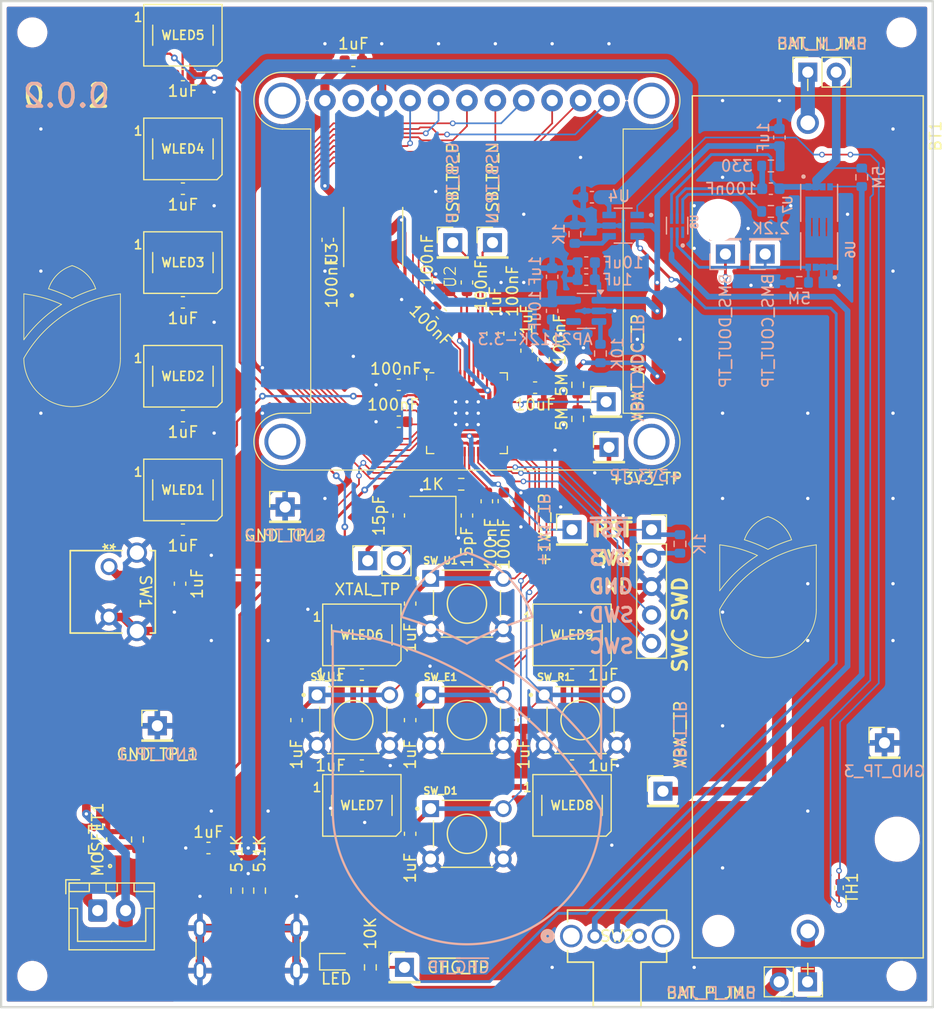
<source format=kicad_pcb>
(kicad_pcb (version 20241229) (generator "pcbnew") (generator_version "9.0")
  (layers (0 "F.Cu" signal) (2 "B.Cu" signal) (13 "F.Paste" user) (15 "B.Paste" user) (5 "F.SilkS" user "F.Silkscreen") (7 "B.SilkS" user "B.Silkscreen") (1 "F.Mask" user) (3 "B.Mask" user) (25 "Edge.Cuts" user))
  (net 0 "")
  (net 1 "GND")
  (net 2 "VBUS")
  (net 3 "+3V3")
  (net 4 "Net-(U1-GPIO14)")
  (net 5 "+1V1")
  (net 6 "VBAT")
  (net 7 "XTAL_IN")
  (net 8 "/XTAL_O")
  (net 9 "Net-(U8-BAT)")
  (net 10 "/UI_buttons/SW_L")
  (net 11 "/UI_buttons/SW_U")
  (net 12 "/UI_buttons/SW_E")
  (net 13 "/UI_buttons/SW_D")
  (net 14 "/UI_buttons/SW_R")
  (net 15 "~{CHG}")
  (net 16 "Net-(D1-A)")
  (net 17 "XTAL_OUT")
  (net 18 "SWD")
  (net 19 "SWCLK")
  (net 20 "~{RESET}")
  (net 21 "Net-(U4-ISET)")
  (net 22 "Net-(U5-EN)")
  (net 23 "Net-(U8-V-)")
  (net 25 "/Battery management/TH")
  (net 27 "SD2")
  (net 29 "QSPI_CLK")
  (net 31 "SD0")
  (net 35 "SD1")
  (net 40 "SD_CS")
  (net 42 "Net-(J18-Pin_1)")
  (net 43 "LCD_CLK")
  (net 44 "LCD_RST")
  (net 45 "LCD_CS")
  (net 46 "LCD_MISO")
  (net 47 "SD3")
  (net 48 "CS")
  (net 50 "LCD_MOSI")
  (net 51 "BACKLIGHT")
  (net 53 "LCD_DCX")
  (net 56 "Net-(U6-Pad5)")
  (net 58 "/USB_DN")
  (net 59 "/USB_DP")
  (net 60 "Net-(MOSFET1-G)")
  (net 61 "/LEDs/DIN")
  (net 62 "Net-(J17-Pin_1)")
  (net 63 "Net-(J18-Pin_2)")
  (net 64 "Net-(J4-CC2)")
  (net 65 "Net-(J4-CC1)")
  (net 66 "Net-(J5-Pin_1)")
  (net 67 "Net-(J6-Pin_1)")
  (net 68 "Net-(J15-Pin_1)")
  (net 69 "Net-(J16-Pin_1)")
  (net 70 "Net-(R13-Pad1)")
  (net 71 "Net-(WLED1-DOUT)")
  (net 72 "Net-(WLED2-DOUT)")
  (net 73 "Net-(WLED3-DOUT)")
  (net 74 "Net-(WLED4-DOUT)")
  (net 75 "Net-(WLED5-DOUT)")
  (net 76 "Net-(WLED6-DOUT)")
  (net 77 "Net-(WLED7-DOUT)")
  (net 78 "Net-(WLED8-DOUT)")
  (footprint "Connector_PinSocket_2.54mm:PinSocket_1x02_P2.54mm_Vertical" (layer "F.Cu") (at 130.83 114.783 90)
    (property "Reference" "J3" (hide yes))
    (property "Value" "XTAL_TP")
  )
  (footprint "pfornage-kicad-lib:SW_1825910-6-4" (layer "F.Cu") (at 129.54 129.032)
    (property "Reference" "SW_L1")
    (property "Value" "1825910-6")
  )
  (footprint "Capacitor_SMD:C_0603_1608Metric" (layer "F.Cu") (at 114.3 81.534)
    (property "Reference" "C34" (hide yes))
    (property "Value" "1uF")
  )
  (footprint "LED_SMD:LED_WS2812B_PLCC4_5.0x5.0mm_P3.2mm" (layer "F.Cu") (at 130.302 136.652)
    (property "Reference" "WLED7" (hide yes))
    (property "Value" "WS2812B" (hide yes))
  )
  (footprint "Capacitor_SMD:C_0603_1608Metric" (layer "F.Cu") (at 134.62 129.032 -90)
    (property "Reference" "C28" (hide yes))
    (property "Value" "1uF")
  )
  (footprint "Crystal:Crystal_SMD_Abracon_ABM8G-4Pin_3.2x2.5mm" (layer "F.Cu") (at 136.652 110.744 180)
    (property "Reference" "Y1" (hide yes))
    (property "Value" "Crystal_GND24" (hide yes))
  )
  (footprint "LED_SMD:LED_WS2812B_PLCC4_5.0x5.0mm_P3.2mm" (layer "F.Cu") (at 149.098 136.652)
    (property "Reference" "WLED8" (hide yes))
    (property "Value" "WS2812B" (hide yes))
  )
  (footprint "Connector_PinSocket_2.54mm:PinSocket_1x02_P2.54mm_Vertical" (layer "F.Cu") (at 170.18 71.12 90)
    (property "Reference" "J18" (hide yes))
    (property "Value" "BAT_N_JMP")
  )
  (footprint "pfornage-kicad-lib:SW_1825910-6-4" (layer "F.Cu") (at 139.7 139.192)
    (property "Reference" "SW_D1")
    (property "Value" "1825910-6")
  )
  (footprint "MountingHole:MountingHole_2.2mm_M2" (layer "F.Cu") (at 178.562 67.564)
    (property "Reference" "REF**" (hide yes))
    (property "Value" "MountingHole_2.2mm_M2" (hide yes))
  )
  (footprint "LED_SMD:LED_WS2812B_PLCC4_5.0x5.0mm_P3.2mm" (layer "F.Cu") (at 130.302 121.412)
    (property "Reference" "WLED6" (hide yes))
    (property "Value" "WS2812B" (hide yes))
  )
  (footprint "Capacitor_SMD:C_0603_1608Metric" (layer "F.Cu") (at 141.478 109.474 -90)
    (property "Reference" "C12" (hide yes))
    (property "Value" "100nF")
  )
  (footprint "Resistor_SMD:R_0402_1005Metric" (layer "F.Cu") (at 172.974 144.018 -90)
    (property "Reference" "TH1")
    (property "Value" "Thermistor" (hide yes))
  )
  (footprint "Capacitor_SMD:C_0603_1608Metric" (layer "F.Cu") (at 145.796 99.314 180)
    (property "Reference" "C17" (hide yes))
    (property "Value" "10uF")
  )
  (footprint "Capacitor_SMD:C_0603_1608Metric" (layer "F.Cu") (at 133.604 102.362 180)
    (property "Reference" "C16" (hide yes))
    (property "Value" "100nF")
  )
  (footprint "Resistor_SMD:R_0603_1608Metric" (layer "F.Cu") (at 121.158 144.272 90)
    (property "Reference" "R5" (hide yes))
    (property "Value" "5.1K")
  )
  (footprint "pfornage-kicad-lib:SW_1825910-6-4" (layer "F.Cu") (at 139.7 129.032)
    (property "Reference" "SW_E1")
    (property "Value" "1825910-6")
  )
  (footprint "Capacitor_SMD:C_0603_1608Metric" (layer "F.Cu") (at 137.414 92.71 135)
    (property "Reference" "C8" (hide yes))
    (property "Value" "100nF")
  )
  (footprint "Connector_PinHeader_2.54mm:PinHeader_1x01_P2.54mm_Vertical" (layer "F.Cu") (at 112.014 129.54)
    (property "Reference" "J7" (hide yes))
    (property "Value" "GND_TP_1")
  )
  (footprint "pfornage-kicad-lib:SW_1825910-6-4" (layer "F.Cu") (at 139.7 118.618)
    (property "Reference" "SW_U1")
    (property "Value" "1825910-6")
  )
  (footprint "pfornage-kicad-lib:SOIC127P790X216-8N" (layer "F.Cu") (at 131.318 85.852 90)
    (property "Reference" "U3")
    (property "Value" "W25Q128JVSIQ")
  )
  (footprint "LED_SMD:LED_WS2812B_PLCC4_5.0x5.0mm_P3.2mm" (layer "F.Cu") (at 149.098 121.412)
    (property "Reference" "WLED9" (hide yes))
    (property "Value" "WS2812B" (hide yes))
  )
  (footprint "Capacitor_SMD:C_0603_1608Metric" (layer "F.Cu") (at 133.604 99.06 180)
    (property "Reference" "C23" (hide yes))
    (property "Value" "100nF")
  )
  (footprint "Capacitor_SMD:C_0603_1608Metric" (layer "F.Cu") (at 143.51 94.488 90)
    (property "Reference" "C22" (hide yes))
    (property "Value" "100nF")
  )
  (footprint "Capacitor_SMD:C_0603_1608Metric" (layer "F.Cu") (at 133.604 110.744 -90)
    (property "Reference" "C19" (hide yes))
    (property "Value" "15pF")
  )
  (footprint "LED_SMD:LED_WS2812B_PLCC4_5.0x5.0mm_P3.2mm" (layer "F.Cu") (at 114.3 88.138)
    (property "Reference" "WLED3" (hide yes))
    (property "Value" "WS2812B" (hide yes))
  )
  (footprint "Connector_JST:JST_XH_B2B-XH-A_1x02_P2.50mm_Vertical" (layer "F.Cu") (at 106.68 146.05)
    (property "Reference" "J6" (hide yes))
    (property "Value" "Periph")
  )
  (footprint "pfornage-kicad-lib:adafruit-4313-display" (layer "F.Cu") (at 139.7 88.9 90)
    (property "Reference" "U2")
    (property "Value" "~")
  )
  (footprint "Resistor_SMD:R_0603_1608Metric" (layer "F.Cu") (at 149.606 102.108 -90)
    (property "Reference" "R3" (hide yes))
    (property "Value" "5M")
  )
  (footprint "Capacitor_SMD:C_0603_1608Metric" (layer "F.Cu") (at 149.098 133.096)
    (property "Reference" "C38" (hide yes))
    (property "Value" "1uF")
  )
  (footprint "Connector_PinHeader_2.54mm:PinHeader_1x01_P2.54mm_Vertical" (layer "F.Cu") (at 157.226 135.382)
    (property "Reference" "J12" (hide yes))
    (property "Value" "VBAT_TP")
  )
  (footprint "Package_DFN_QFN:QFN-56-1EP_7x7mm_P0.4mm_EP3.2x3.2mm" (layer "F.Cu") (at 139.7 101.6)
    (property "Reference" "U1" (hide yes))
    (property "Value" "RP2040" (hide yes))
  )
  (footprint "Capacitor_SMD:C_0603_1608Metric" (layer "F.Cu") (at 127.254 86.106 -90)
    (property "Reference" "C13" (hide yes))
    (property "Value" "100nF")
  )
  (footprint "Capacitor_SMD:C_0603_1608Metric" (layer "F.Cu") (at 114.3 71.374)
    (property "Reference" "C35" (hide yes))
    (property "Value" "1uF")
  )
  (footprint "Connector_PinHeader_2.54mm:PinHeader_1x01_P2.54mm_Vertical" (layer "F.Cu") (at 134.112 151.13)
    (property "Reference" "J10" (hide yes))
    (property "Value" "~{CHG}_TP")
  )
  (footprint "Resistor_SMD:R_0603_1608Metric" (layer "F.Cu") (at 139.192 107.95 180)
    (property "Reference" "R10" (hide yes))
    (property "Value" "1K")
  )
  (footprint "Connector_PinHeader_2.54mm:PinHeader_1x01_P2.54mm_Vertical" (layer "F.Cu") (at 152.146 100.584)
    (property "Reference" "J5" (hide yes))
    (property "Value" "VBAT_ADC_TP")
  )
  (footprint "Capacitor_SMD:C_0603_1608Metric" (layer "F.Cu") (at 134.62 139.192 -90)
    (property "Reference" "C29" (hide yes))
    (property "Value" "1uF")
  )
  (footprint "Resistor_SMD:R_0603_1608Metric" (layer "F.Cu") (at 110.236 139.7 -90)
    (property "Reference" "R6" (hide yes))
    (property "Value" "10K")
  )
  (footprint "Resistor_SMD:R_0603_1608Metric" (layer "F.Cu") (at 149.606 99.06 -90)
    (property "Reference" "R2" (hide yes))
    (property "Value" "5M")
  )
  (footprint "pfornage-kicad-lib:SOT23_DMN3042L_DIO" (layer "F.Cu") (at 106.68 139.7 90)
    (property "Reference" "MOSFET1")
    (property "Value" "DMN3042L-7")
  )
  (footprint "Capacitor_SMD:C_0603_1608Metric" (layer "F.Cu") (at 124.46 129.032 -90)
    (property "Reference" "C26" (hide yes))
    (property "Value" "1uF")
  )
  (footprint "pfornage-kicad-lib:SW2_1825027-C_TEC" (layer "F.Cu") (at 107.696 115.316 -90)
    (property "Reference" "SW1")
    (property "Value" "1825027-8")
  )
  (footprint "Capacitor_SMD:C_0603_1608Metric" (layer "F.Cu") (at 114.3 112.014)
    (property "Reference" "C31" (hide yes))
    (property "Value" "1uF")
  )
  (footprint "MountingHole:MountingHole_2.2mm_M2" (layer "F.Cu") (at 100.838 151.892)
    (property "Reference" "REF**" (hide yes))
    (property "Value" "MountingHole_2.2mm_M2" (hide yes))
  )
  (footprint "Connector_PinHeader_2.54mm:PinHeader_1x01_P2.54mm_Vertical" (layer "F.Cu") (at 152.4 104.648)
    (property "Reference" "J13" (hide yes))
    (property "Value" "+3V3_TP")
  )
  (footprint "Capacitor_SMD:C_0603_1608Metric" (layer "F.Cu") (at 139.7 110.744 90)
    (property "Reference" "C20" (hide yes))
    (property "Value" "15pF")
  )
  (footprint "Connector_PinHeader_2.54mm:PinHeader_1x01_P2.54mm_Vertical" (layer "F.Cu") (at 177.038 131.064)
    (property "Reference" "J9" (hide yes))
    (property "Value" "GND_TP_3")
  )
  (footprint "LED_SMD:LED_WS2812B_PLCC4_5.0x5.0mm_P3.2mm" (layer "F.Cu") (at 114.3 67.818)
    (property "Reference" "WLED5" (hide yes))
    (property "Value" "WS2812B" (hide yes))
  )
  (footprint "Capacitor_SMD:C_0603_1608Metric" (layer "F.Cu") (at 114.3 91.694)
    (property "Reference" "C33" (hide yes))
    (property "Value" "1uF")
  )
  (footprint "Connector_PinHeader_2.54mm:PinHeader_1x01_P2.54mm_Vertical" (layer "F.Cu") (at 141.986 86.36)
    (property "Reference" "J2" (hide yes))
    (property "Value" "USB_TP_N")
  )
  (footprint "Resistor_SMD:R_0603_1608Metric" (layer "F.Cu") (at 119.126 144.272 90)
    (property "Reference" "R4" (hide yes))
    (property "Value" "5.1K")
  )
  (footprint "Capacitor_SMD:C_0603_1608Metric" (layer "F.Cu") (at 149.098 124.968)
    (property "Reference" "C39" (hide yes))
    (property "Value" "1uF")
  )
  (footprint "Connector_PinHeader_2.54mm:PinHeader_1x01_P2.54mm_Vertical" (layer "F.Cu") (at 149.098 112.014)
    (property "Reference" "J11" (hide yes))
    (property "Value" "+1V1_TP")
  )
  (footprint "Capacitor_SMD:C_0603_1608Metric" (layer "F.Cu") (at 116.586 140.462 180)
    (property "Reference" "C1" (hide yes))
    (property "Value" "1uF")
  )
  (footprint "Connector_PinSocket_2.54mm:PinSocket_1x02_P2.54mm_Vertical" (layer "F.Cu") (at 170.16 152.425 -90)
    (property "Reference" "J17" (hide yes))
    (property "Value" "BAT_P_JMP")
  )
  (footprint "pfornage-kicad-lib:SW_1825910-6-4" (layer "F.Cu") (at 149.86 129.032)
    (property "Reference" "SW_R1")
    (property "Value" "1825910-6")
  )
  (footprint "Capacitor_SMD:C_0603_1608Metric" (layer "F.Cu") (at 145.034 96.012 90)
    (property "Reference" "C11" (hide yes))
    (property "Value" "1uF")
  )
  (footprint "Resistor_SMD:R_0603_1608Metric" (layer "F.Cu") (at 131.064 151.13 -90)
    (property "Reference" "R7" (hide yes))
    (property "Value" "10K")
  )
  (footprint "Connector_PinSocket_2.54mm:PinSocket_1x05_P2.54mm_Vertical" (layer "F.Cu") (at 156.21 112.014)
    (property "Reference" "J14" (hide yes))
    (property "Value" "SWD" (hide yes))
  )
  (footprint "Connector_USB:USB_C_Receptacle_GCT_USB4125-xx-x_6P_TopMnt_Horizontal" (layer "F.Cu") (at 120.142 150.622)
    (property "Reference" "J4" (hide yes))
    (property "Value" "USB_C_Receptacle_PowerOnly_6P")
  )
  (footprint "Capacitor_SMD:C_0603_1608Metric" (layer "F.Cu") (at 141.986 94.488 90)
    (property "Reference" "C4" (hide yes))
    (property "Value" "1uF")
  )
  (footprint "pfornage-kicad-lib:BAT_1043P" (layer "F.Cu") (at 170.18 111.76 -90)
    (property "Reference" "BT1")
    (property "Value" "1043P")
  )
  (footprint "MountingHole:MountingHole_2.2mm_M2" (layer "F.Cu") (at 178.562 151.892)
    (property "Reference" "REF**" (hide yes))
    (property "Value" "MountingHole_2.2mm_M2" (hide yes))
  )
  (footprint "Capacitor_SMD:C_0603_1608Metric" (layer "F.Cu") (at 130.302 124.968)
    (property "Reference" "C36" (hide yes))
    (property "Value" "1uF")
  )
  (footprint "Connector_PinHeader_2.54mm:PinHeader_1x01_P2.54mm_Vertical" (layer "F.Cu") (at 123.444 109.982)
    (property "Reference" "J8" (hide yes))
    (property "Value" "GND_TP_2")
  )
  (footprint "LED_SMD:LED_WS2812B_PLCC4_5.0x5.0mm_P3.2mm" (layer "F.Cu") (at 114.3 98.298)
    (property "Reference" "WLED2" (hide yes))
    (property "Value" "WS2812B" (hide yes))
  )
  (footprint "Capacitor_SMD:C_0603_1608Metric" (layer "F.Cu") (at 139.7 89.916 90)
    (property "Reference" "C24" (hide yes))
    (property "Value" "100nF")
  )
  (footprint "Connector_PinHeader_2.54mm:PinHeader_1x01_P2.54mm_Vertical" (layer "F.Cu") (at 138.43 86.36)
    (property "Reference" "J1" (hide yes))
    (property "Value" "USB_TP_P")
  )
  (footprint "Capacitor_SMD:C_0603_1608Metric" (layer "F.Cu") (at 144.78 129.032 -90)
    (property "Reference" "C30" (hide yes))
    (property "Value" "1uF")
  )
  (footprint "Capacitor_SMD:C_0603_1608Metric" (layer "F.Cu") (at 146.558 96.774 90)
    (property "Reference" "C21" (hide yes))
    (property "Value" "100nF")
  )
  (footprint "Capacitor_SMD:C_0603_1608Metric" (layer "F.Cu") (at 114.046 116.84 -90)
    (property "Reference" "C3" (hide yes))
    (property "Value" "1uF")
  )
  (footprint "pfornage-kicad-lib:OS102011MA1QN1_CNK" (layer "F.Cu") (at 151.13 148.336)
    (property "Reference" "SW2")
    (property "Value" "OS102011MA1QN1")
  )
  (footprint "Capacitor_SMD:C_0603_1608Metric" (layer "F.Cu") (at 134.62 118.618 -90)
    (property "Reference" "C27" (hide yes))
    (property "Value" "1uF")
  )
  (footprint "Capacitor_SMD:C_0603_1608Metric" (layer "F.Cu") (at 129.54 70.104)
    (property "Reference" "C2" (hide yes))
    (property "Value" "1uF")
  )
  (footprint "Capacitor_SMD:C_0603_1608Metric" (layer "F.Cu") (at 114.3 101.854)
    (property "Reference" "C32" (hide yes))
    (property "Value" "1uF")
  )
  (footprint "Capacitor_SMD:C_0603_1608Metric" (layer "F.Cu") (at 138.176 89.916 90)
    (property "Reference" "C18" (hide yes))
    (property "Value" "100nF")
  )
  (footprint "MountingHole:MountingHole_2.2mm_M2" (layer "F.Cu") (at 100.838 67.564)
    (property "Reference" "REF**" (hide yes))
    (property "Value" "MountingHole_2.2mm_M2" (hide yes))
  )
  (footprint "LED_SMD:LED_WS2812B_PLCC4_5.0x5.0mm_P3.2mm" (layer "F.Cu") (at 114.3 77.978)
    (property "Reference" "WLED4" (hide yes))
    (property "Value" "WS2812B" (hide yes))
  )
  (footprint "Capacitor_SMD:C_0603_1608Metric" (layer "F.Cu") (at 143.002 109.461 -90)
    (property "Reference" "C6" (hide yes))
    (property "Value" "100nF")
  )
  (footprint "LED_SMD:LED_0603_1608Metric" (layer "F.Cu") (at 128.016 150.622)
    (property "Reference" "D1" (hide yes))
    (property "Value" "LED")
  )
  (footprint "Capacitor_SMD:C_0603_1608Metric" (layer "F.Cu") (at 130.302 133.096)
    (property "Reference" "C37" (hide yes))
    (property "Value" "1uF")
  )
  (footprint "LED_SMD:LED_WS2812B_PLCC4_5.0x5.0mm_P3.2mm" (layer "F.Cu") (at 114.3 108.458)
    (property "Reference" "WLED1" (hide yes))
    (property "Value" "WS2812B" (hide yes))
  )
  (footprint "Resistor_SMD:R_0603_1608Metric" (layer "B.Cu") (at 166.878 83.566)
    (property "Reference" "R11" (hide yes))
    (property "Value" "2.2K")
  )
  (footprint "Resistor_SMD:R_0603_1608Metric" (layer "B.Cu") (at 169.418 89.916 180)
    (property "Reference" "R12" (hide yes))
    (property "Value" "5M")
  )
  (footprint "pfornage-kicad-lib:TRANS_CSD16406Q3" (layer "B.Cu") (at 171.196 82.804 -90)
    (property "Reference" "U7")
    (property "Value" "CSD16406Q3")
  )
  (footprint "Package_TO_SOT_SMD:SOT-23-5" (layer "B.Cu") (at 150.368 92.456 180)
    (property "Reference" "U5" (hide yes))
    (property "Value" "AP2112K-3.3")
  )
  (footprint "pfornage-kicad-lib:SOT95P280X145-6N" (layer "B.Cu") (at 153.67 84.836 180)
    (property "Reference" "U4")
    (property "Value" "BQ21040DBVR")
  )
  (footprint "Resistor_SMD:R_0603_1608Metric" (layer "B.Cu") (at 158.75 113.284 90)
    (property "Reference" "R1" (hide yes))
    (property "Value" "1K")
  )
  (footprint "Resistor_SMD:R_0603_1608Metric" (layer "B.Cu") (at 175.006 80.518 90)
    (property "Reference" "R13" (hide yes))
    (property "Value" "5M")
  )
  (footprint "Capacitor_SMD:C_0603_1608Metric" (layer "B.Cu") (at 150.876 82.296 180)
    (property "Reference" "C5" (hide yes))
    (property "Value" "1uF")
  )
  (footprint "Capacitor_SMD:C_0603_1608Metric" (layer "B.Cu") (at 147.32 92.456 -90)
    (property "Reference" "C10" (hide yes))
    (property "Value" "10uF")
  )
  (footprint "Capacitor_SMD:C_0603_1608Metric" (layer "B.Cu") (at 150.368 88.138 180)
    (property "Reference" "C7" (hide yes))
    (property "Value" "10uF")
  )
  (footprint "Resistor_SMD:R_0603_1608Metric" (layer "B.Cu") (at 166.878 79.502 180)
    (property "Reference" "R14" (hide yes))
    (property "Value" "330")
  )
  (footprint "Capacitor_SMD:C_0603_1608Metric" (layer "B.Cu") (at 167.64 76.962 90)
    (property "Reference" "C15" (hide yes))
    (property "Value" "1uF")
  )
  (footprint "Capacitor_SMD:C_0603_1608Metric" (layer "B.Cu") (at 150.368 89.662 180)
    (property "Reference" "C9" (hide yes))
    (property "Value" "1uF")
  )
  (footprint "Resistor_SMD:R_0603_1608Metric" (layer "B.Cu") (at 151.638 96.266 -90)
    (property "Reference" "R9" (hide yes))
    (property "Value" "10K")
  )
  (footprint "pfornage-kicad-lib:TRANS_CSD16406Q3" (layer "B.Cu") (at 171.196 87.122 90)
    (property "Reference" "U6")
    (property "Value" "CSD16406Q3")
  )
  (footprint "Capacitor_SMD:C_0603_1608Metric" (layer "B.Cu") (at 147.32 89.408 90)
    (property "Reference" "C14" (hide yes))
    (property "Value" "1uF")
  )
  (footprint "Connector_PinHeader_2.54mm:PinHeader_1x01_P2.54mm_Vertical" (layer "B.Cu") (at 162.814 87.376)
    (property "Reference" "J16" (hide yes))
    (property "Value" "BMS_DOUT_TP")
  )
  (footprint "pfornage-kicad-lib:SON50P150X150X80-6N" (layer "B.Cu") (at 158.496 84.836 90)
    (property "Reference" "U8")
    (property "Value" "BQ29700DSER")
  )
  (footprint "Connector_PinHeader_2.54mm:PinHeader_1x01_P2.54mm_Vertical" (layer "B.Cu") (at 166.37 87.376)
    (property "Reference" "J15" (hide yes))
    (property "Value" "BMS_COUT_TP")
  )
  (footprint "Capacitor_SMD:C_0603_1608Metric" (layer "B.Cu") (at 166.878 81.534 180)
    (property "Reference" "C25" (hide yes))
    (property "Value" "100nF")
  )
  (footprint "Resistor_SMD:R_0603_1608Metric" (layer "B.Cu") (at 149.352 85.598 90)
    (property "Reference" "R8" (hide yes))
    (property "Value" "1K")
  )
  (gr_arc (start 104.394 91.335985) (mid 105.428004 90.860075) (end 106.501235 90.480829) (stroke (width 0.072)) (layer "F.SilkS"))
  (gr_line (start 100.074 90.932001) (end 100.074 95.035794) (stroke (width 0.072)) (layer "F.SilkS"))
  (gr_arc (start 164.514765 112.914829) (mid 165.587996 113.294075) (end 166.622 113.769985) (stroke (width 0.072)) (layer "F.SilkS"))
  (gr_arc (start 102.286765 90.480829) (mid 103.088634 89.189993) (end 104.394 88.412) (stroke (width 0.072)) (layer "F.SilkS"))
  (gr_line (start 170.942 119.126) (end 170.942 113.366002) (stroke (width 0.072)) (layer "F.SilkS"))
  (gr_arc (start 162.302 117.469794) (mid 163.841655 115.732438) (end 165.67772 114.311945) (stroke (width 0.072)) (layer "F.SilkS"))
  (gr_arc (start 100.074 95.035794) (mid 101.613655 93.298438) (end 103.44972 91.877945) (stroke (width 0.072)) (layer "F.SilkS"))
  (gr_arc (start 100.074 90.932001) (mid 101.798054 91.275808) (end 103.44972 91.877945) (stroke (width 0.072)) (layer "F.SilkS"))
  (gr_arc (start 102.286765 90.480829) (mid 103.359996 90.860075) (end 104.394 91.335985) (stroke (width 0.072)) (layer "F.SilkS"))
  (gr_line (start 162.302 113.366001) (end 162.302 117.469794) (stroke (width 0.072)) (layer "F.SilkS"))
  (gr_arc (start 162.302 119.126) (mid 165.9362 115.2173) (end 170.942 113.366002) (stroke (width 0.072)) (layer "F.SilkS"))
  (gr_arc (start 164.514765 112.914829) (mid 165.316634 111.623993) (end 166.622 110.846) (stroke (width 0.072)) (layer "F.SilkS"))
  (gr_arc (start 100.074 96.692) (mid 103.7082 92.7833) (end 108.714 90.932002) (stroke (width 0.072)) (layer "F.SilkS"))
  (gr_arc (start 166.622 113.769985) (mid 167.656004 113.294075) (end 168.729235 112.914829) (stroke (width 0.072)) (layer "F.SilkS"))
  (gr_arc (start 162.302 113.366001) (mid 164.026054 113.709808) (end 165.67772 114.311945) (stroke (width 0.072)) (layer "F.SilkS"))
  (gr_line (start 108.714 96.692) (end 108.714 90.932002) (stroke (width 0.072)) (layer "F.SilkS"))
  (gr_arc (start 166.622 110.846) (mid 167.927366 111.623993) (end 168.729235 112.914829) (stroke (width 0.072)) (layer "F.SilkS"))
  (gr_arc (start 170.942 119.126) (mid 166.622 123.446) (end 162.302 119.126) (stroke (width 0.072)) (layer "F.SilkS"))
  (gr_arc (start 104.394 88.412) (mid 105.699366 89.189993) (end 106.501235 90.480829) (stroke (width 0.072)) (layer "F.SilkS"))
  (gr_arc (start 108.714 96.692) (mid 104.394 101.012) (end 100.074 96.692) (stroke (width 0.072)) (layer "F.SilkS"))
  (gr_arc (start 133.846568 119.811127) (mid 136.827769 120.864585) (end 139.7 122.18656) (stroke (width 0.2)) (layer "B.SilkS"))
  (gr_line (start 151.7 121.064381) (end 151.7 132.463807) (stroke (width 0.2)) (layer "B.SilkS"))
  (gr_arc (start 127.7 121.064381) (mid 141.605002 126.206879) (end 151.7 137.06438) (stroke (width 0.2)) (layer "B.SilkS"))
  (gr_arc (start 133.846568 119.811127) (mid 136.073971 116.22545) (end 139.7 114.06438) (stroke (width 0.2)) (layer "B.SilkS"))
  (gr_arc (start 139.7 122.18656) (mid 142.572235 120.864593) (end 145.553432 119.811127) (stroke (width 0.2)) (layer "B.SilkS"))
  (gr_arc (start 139.7 114.06438) (mid 143.325998 116.225482) (end 145.553432 119.811127) (stroke (width 0.2)) (layer "B.SilkS"))
  (gr_line (start 127.7 137.06438) (end 127.7 121.064381) (stroke (width 0.2)) (layer "B.SilkS"))
  (gr_arc (start 142.323 123.692004) (mid 146.91096 122.019405) (end 151.7 121.064381) (stroke (width 0.2)) (layer "B.SilkS"))
  (gr_arc (start 151.7 137.06438) (mid 139.7 149.06438) (end 127.7 137.06438) (stroke (width 0.2)) (layer "B.SilkS"))
  (gr_arc (start 142.323 123.692004) (mid 147.423188 127.637814) (end 151.7 132.463807) (stroke (width 0.2)) (layer "B.SilkS"))
  (gr_rect (start 98.044 64.77) (end 181.356 154.686) (stroke (width 0.2)) (fill no) (layer "Edge.Cuts"))
  (gr_text "GND" (at 154.686 117.094 0) (layer "F.SilkS") (effects (font (size 1.27 1.27) (thickness 0.254) (bold yes)) (justify right)))
  (gr_text "SWC" (at 158.75 120.65 90) (layer "F.SilkS") (effects (font (size 1.27 1.27) (thickness 0.254) (bold yes)) (justify right)))
  (gr_text "SWD" (at 158.75 116.078 90) (layer "F.SilkS") (effects (font (size 1.27 1.27) (thickness 0.254) (bold yes)) (justify right)))
  (gr_text "~{RST}" (at 154.686 112.014 0) (layer "F.SilkS") (effects (font (size 1.27 1.27) (thickness 0.254) (bold yes)) (justify right)))
  (gr_text "0.0.2" (at 99.822 74.422 0) (layer "F.SilkS") (effects (font (size 2.032 2.032) (thickness 0.3048) (bold yes)) (justify left bottom)))
  (gr_text "3V3" (at 154.686 114.554 0) (layer "F.SilkS") (effects (font (size 1.27 1.27) (thickness 0.254) (bold yes)) (justify right)))
  (gr_text "VBAT_TP" (at 158.75 130.302 -90) (layer "B.SilkS") (effects (font (size 1 1)) (justify mirror)))
  (gr_text "BAT_P_JMP" (at 161.544 153.416 -0) (layer "B.SilkS") (effects (font (size 1 1)) (justify mirror)))
  (gr_text "GND_TP_2" (at 123.444 112.522 -0) (layer "B.SilkS") (effects (font (size 1 1)) (justify mirror)))
  (gr_text "~{RST}" (at 150.501046 112.014 -0) (layer "B.SilkS") (effects (font (size 1.27 1.27) (thickness 0.254) (bold yes)) (justify right mirror)))
  (gr_text "USB_TP_P" (at 138.43 81.026 90) (layer "B.SilkS") (effects (font (size 1 1)) (justify mirror)))
  (gr_text "+1V1_TP" (at 146.558 112.014 -90) (layer "B.SilkS") (effects (font (size 1 1)) (justify mirror)))
  (gr_text "USB_TP_N" (at 141.986 81.026 90) (layer "B.SilkS") (effects (font (size 1 1)) (justify mirror)))
  (gr_text "+3V3_TP" (at 155.702 107.188 -0) (layer "B.SilkS") (effects (font (size 1 1)) (justify mirror)))
  (gr_text "GND_TP_1" (at 112.014 132.08 -0) (layer "B.SilkS") (effects (font (size 1 1)) (justify mirror)))
  (gr_text "3V3" (at 150.501046 114.554 -0) (layer "B.SilkS") (effects (font (size 1.27 1.27) (thickness 0.254) (bold yes)) (justify right mirror)))
  (gr_text "BAT_N_JMP" (at 171.45 68.58 -0) (layer "B.SilkS") (effects (font (size 1 1)) (justify mirror)))
  (gr_text "VBAT_ADC_TP" (at 154.94 97.536 -90) (layer "B.SilkS") (effects (font (size 1 1)) (justify mirror)))
  (gr_text "0.0.2" (at 107.95 74.422 -0) (layer "B.SilkS") (effects (font (size 2.032 2.032) (thickness 0.3048) (bold yes)) (justify left bottom mirror)))
  (gr_text "SWD" (at 150.501046 119.634 -0) (layer "B.SilkS") (effects (font (size 1.27 1.27) (thickness 0.254) (bold yes)) (justify right mirror)))
  (gr_text "~{CHG}_TP" (at 138.938 151.13 -0) (layer "B.SilkS") (effects (font (size 1 1)) (justify mirror)))
  (gr_text "SWC" (at 150.501046 122.428 -0) (layer "B.SilkS") (effects (font (size 1.27 1.27) (thickness 0.254) (bold yes)) (justify right mirror)))
  (gr_text "GND" (at 150.501046 117.094 -0) (layer "B.SilkS") (effects (font (size 1.27 1.27) (thickness 0.254) (bold yes)) (justify right mirror)))
  (segment (start 136.135783 108.458) (end 135.636 108.458) (width 0.1524) (layer "F.Cu") (net 1))
  (segment (start 123.108944 146.476944) (end 124.46 145.125888) (width 0.762) (layer "F.Cu") (net 1))
  (segment (start 107.696 119.816001) (end 108.931299 119.816001) (width 0.762) (layer "F.Cu") (net 1))
  (segment (start 122.972 147.622) (end 122.892 147.542) (width 0.762) (layer "F.Cu") (net 1))
  (segment (start 137.827 111.519) (end 137.752 111.594) (width 0.381) (layer "F.Cu") (net 1))
  (segment (start 131.318 137.414) (end 130.556 138.176) (width 0.2032) (layer "F.Cu") (net 1))
  (segment (start 144.259 93.713) (end 143.51 93.713) (width 0.508) (layer "F.Cu") (net 1))
  (segment (start 134.62 119.393) (end 134.975 119.393) (width 0.4064) (layer "F.Cu") (net 1))
  (segment (start 121.158 143.447) (end 120.841 143.447) (width 0.4064) (layer "F.Cu") (net 1))
  (segment (start 120.841 143.447) (end 120.142 142.748) (width 0.4064) (layer "F.Cu") (net 1))
  (segment (start 132.752 138.302) (end 132.752 137.578) (width 0.2032) (layer "F.Cu") (net 1))
  (segment (start 148.082 109.982) (end 151.13 106.934) (width 0.508) (layer "F.Cu") (net 1))
  (segment (start 115.824 145.125888) (end 115.824 144.78) (width 0.762) (layer "F.Cu") (net 1))
  (segment (start 142.748 93.713) (end 141.986 93.713) (width 0.508) (layer "F.Cu") (net 1))
  (segment (start 139.7 111.519) (end 137.827 111.519) (width 0.381) (layer "F.Cu") (net 1))
  (segment (start 134.62 129.807) (end 134.975 129.807) (width 0.4064) (layer "F.Cu") (net 1))
  (segment (start 134.975 139.967) (end 136.45 141.442) (width 0.4064) (layer "F.Cu") (net 1))
  (segment (start 142.748 92.71) (end 142.748 89.916) (width 0.508) (layer "F.Cu") (net 1))
  (segment (start 135.477 109.969) (end 135.552 109.894) (width 0.381) (layer "F.Cu") (net 1))
  (segment (start 124.462 151.422) (end 124.462 147.622) (width 0.762) (layer "F.Cu") (net 1))
  (segment (start 117.392 147.542) (end 117.392 146.693888) (width 0.762) (layer "F.Cu") (net 1))
  (segment (start 131.451999 86.881) (end 133.223 88.652001) (width 0.8128) (layer "F.Cu") (net 1))
  (segment (start 149.606 102.933) (end 148.653 102.933) (width 0.1905) (layer "F.Cu") (net 1))
  (segment (start 144.526 108.712) (end 144.526 111.76) (width 0.508) (layer "F.Cu") (net 1))
  (segment (start 115.822 147.622) (end 117.312 147.622) (width 0.762) (layer "F.Cu") (net 1))
  (segment (start 137.752 111.594) (end 137.7792 111.594) (width 0.508) (layer "F.Cu") (net 1))
  (segment (start 145.135 129.807) (end 146.61 131.282) (width 0.1524) (layer "F.Cu") (net 1))
  (segment (start 144.78 129.807) (end 145.135 129.807) (width 0.1524) (layer "F.Cu") (net 1))
  (segment (start 156.21 117.094) (end 152.4 117.094) (width 0.6096) (layer "F.Cu") (net 1))
  (segment (start 115.822 151.422) (end 115.822 147.622) (width 0.762) (layer "F.Cu") (net 1))
  (segment (start 111.846999 121.071001) (end 113.538 119.38) (width 0.762) (layer "F.Cu") (net 1))
  (segment (start 124.46 145.125888) (end 124.46 144.78) (width 0.762) (layer "F.Cu") (net 1))
  (segment (start 124.46 129.807) (end 124.815 129.807) (width 0.4064) (layer "F.Cu") (net 1))
  (segment (start 134.62 139.967) (end 134.975 139.967) (width 0.4064) (layer "F.Cu") (net 1))
  (segment (start 117.392 146.693888) (end 117.048056 146.349944) (width 0.762) (layer "F.Cu") (net 1))
  (segment (start 127.254 86.881) (end 131.451999 86.881) (width 0.8128) (layer "F.Cu") (net 1))
  (segment (start 132.829 102.362) (end 131.572 102.362) (width 0.4064) (layer "F.Cu") (net 1))
  (segment (start 132.829 99.06) (end 131.572 99.06) (width 0.4064) (layer "F.Cu") (net 1))
  (segment (start 144.259 90.437) (end 144.78 89.916) (width 0.508) (layer "F.Cu") (net 1))
  (segment (start 124.815 129.807) (end 126.29 131.282) (width 0.4064) (layer "F.Cu") (net 1))
  (segment (start 132.08 71.882) (end 132.08 73.662455) (width 0.8128) (layer "F.Cu") (net 1))
  (segment (start 133.223 88.652001) (end 133.223 89.457) (width 0.8128) (layer "F.Cu") (net 1))
  (segment (start 130.315 70.104) (end 130.315 70.117) (width 0.8128) (layer "F.Cu") (net 1))
  (segment (start 108.931299 119.816001) (end 110.186299 121.071001) (width 0.762) (layer "F.Cu") (net 1))
  (segment (start 134.975 129.807) (end 136.45 131.282) (width 0.4064) (layer "F.Cu") (net 1))
  (segment (start 138.7 105.893783) (end 136.135783 108.458) (width 0.1524) (layer "F.Cu") (net 1))
  (segment (start 114.046 118.872) (end 113.538 119.38) (width 0.762) (layer "F.Cu") (net 1))
  (segment (start 110.1095 139.0015) (end 110.236 138.875) (width 0.2) (layer "F.Cu") (net 1))
  (segment (start 138.176 89.141) (end 136.919 89.141) (width 0.762) (layer "F.Cu") (net 1))
  (segment (start 119.443 143.447) (end 120.142 142.748) (width 0.4064) (layer "F.Cu") (net 1))
  (segment (start 124.462 147.622) (end 122.972 147.622) (width 0.762) (layer "F.Cu") (net 1))
  (segment (start 143.51 93.713) (end 142.748 93.713) (width 0.508) (layer "F.Cu") (net 1))
  (segment (start 132.752 137.578) (end 132.588 137.414) (width 0.2032) (layer "F.Cu") (net 1))
  (segment (start 130.315 70.117) (end 132.08 71.882) (width 0.8128) (layer "F.Cu") (net 1))
  (segment (start 117.312 147.622) (end 117.392 147.542) (width 0.762) (layer "F.Cu") (net 1))
  (segment (start 139.7 89.141) (end 138.176 89.141) (width 0.762) (layer "F.Cu") (net 1))
  (segment (start 144.259 93.713) (end 144.259 90.437) (width 0.508) (layer "F.Cu") (net 1))
  (segment (start 110.186299 121.071001) (end 111.846999 121.071001) (width 0.762) (layer "F.Cu") (net 1))
  (segment (start 122.892 147.542) (end 122.892 146.693888) (width 0.762) (layer "F.Cu") (net 1))
  (segment (start 136.865992 92.161992) (end 136.692008 92.161992) (width 0.508) (layer "F.Cu") (net 1))
  (segment (start 142.748 93.713) (end 142.748 92.71) (width 0.508) (layer "F.Cu") (net 1))
  (segment (start 114.046 117.615) (end 114.046 118.872) (width 0.762) (layer "F.Cu") (net 1))
  (segment (start 145.034 95.237) (end 145.034 94.488) (width 0.508) (layer "F.Cu") (net 1))
  (segment (start 107.5817 139.0015) (end 110.1095 139.0015) (width 0.2) (layer "F.Cu") (net 1))
  (segment (start 137.7792 111.594) (end 138.938 112.7528) (width 0.508) (layer "F.Cu") (net 1))
  (segment (start 117.048056 146.349944) (end 115.824 145.125888) (width 0.762) (layer "F.Cu") (net 1))
  (segment (start 136.919 89.141) (end 136.906 89.154) (width 0.762) (layer "F.Cu") (net 1))
  (segment (start 132.588 137.414) (end 131.318 137.414) (width 0.2032) (layer "F.Cu") (net 1))
  (segment (start 138.7 105.0375) (end 138.7 105.893783) (width 0.1524) (layer "F.Cu") (net 1))
  (segment (start 145.034 94.488) (end 144.259 93.713) (width 0.508) (layer "F.Cu") (net 1))
  (segment (start 119.126 143.447) (end 119.443 143.447) (width 0.4064) (layer "F.Cu") (net 1))
  (segment (start 148.653 102.933) (end 148.336 102.616) (width 0.1905) (layer "F.Cu") (net 1))
  (segment (start 115.811 140.462) (end 114.554 140.462) (width 0.4064) (layer "F.Cu") (net 1))
  (segment (start 122.892 146.693888) (end 123.108944 146.476944) (width 0.762) (layer "F.Cu") (net 1))
  (segment (start 134.975 119.393) (end 136.45 120.868) (width 0.4064) (layer "F.Cu") (net 1))
  (segment (start 133.604 109.969) (end 135.477 109.969) (width 0.381) (layer "F.Cu") (net 1))
  (segment (start 136.692008 92.161992) (end 136.652 92.202) (width 0.508) (layer "F.Cu") (net 1))
  (via (at 170.18 101.6) (size 0.5) (drill 0.3) (layers "F.Cu" "B.Cu") (net 1))
  (via (at 152.4 117.094) (size 0.5) (drill 0.3) (layers "F.Cu" "B.Cu") (net 1))
  (via (at 136.398 124.206) (size 0.5) (drill 0.3) (layers "F.Cu" "B.Cu") (net 1))
  (via (at 165.1 90.17) (size 0.5) (drill 0.3) (layers "F.Cu" "B.Cu") (net 1))
  (via (at 133.858 91.44) (size 0.5) (drill 0.3) (layers "F.Cu" "B.Cu") (net 1))
  (via (at 168.656 83.058) (size 0.5) (drill 0.3) (layers "F.Cu" "B.Cu") (net 1))
  (via (at 116.84 137.16) (size 0.5) (drill 0.3) (layers "F.Cu" "B.Cu") (net 1))
  (via (at 132.08 68.58) (size 0.5) (drill 0.3) (layers "F.Cu" "B.Cu") (net 1))
  (via (at 117.094 72.898) (size 0.5) (drill 0.3) (layers "F.Cu" "B.Cu") (net 1))
  (via (at 144.78 83.82) (size 0.5) (drill 0.3) (layers "F.Cu" "B.Cu") (net 1))
  (via (at 153.67 110.744) (size 0.5) (drill 0.3) (layers "F.Cu" "B.Cu") (net 1))
  (via (at 147.574 104.902) (size 0.5) (drill 0.3) (layers "F.Cu" "B.Cu") (net 1))
  (via (at 154.94 94.996) (size 0.5) (drill 0.3) (layers "F.Cu" "B.Cu") (net 1))
  (via (at 170.18 121.92) (size 0.5) (drill 0.3) (layers "F.Cu" "B.Cu") (net 1))
  (via (at 140.716 100.584) (size 0.6) (drill 0.3) (layers "F.Cu" "B.Cu") (net 1))
  (via (at 177.8 76.2) (size 0.5) (drill 0.3) (layers "F.Cu" "B.Cu") (net 1))
  (via (at 162.56 101.6) (size 0.5) (drill 0.3) (layers "F.Cu" "B.Cu") (net 1))
  (via (at 170.18 109.22) (size 0.5) (drill 0.3) (layers "F.Cu" "B.Cu") (net 1))
  (via (at 101.6 88.9) (size 0.5) (drill 0.3) (layers "F.Cu" "B.Cu") (net 1))
  (via (at 117.094 93.472) (size 0.5) (drill 0.3) (layers "F.Cu" "B.Cu") (net 1))
  (via (at 162.56 109.22) (size 0.5) (drill 0.3) (layers "F.Cu" "B.Cu") (net 1))
  (via (at 127 68.58) (size 0.5) (drill 0.3) (layers "F.Cu" "B.Cu") (net 1))
  (via (at 125.476 119.126) (size 0.5) (drill 0.3) (layers "F.Cu" "B.Cu") (net 1))
  (via (at 142.748 92.71) (size 0.5) (drill 0.3) (layers "F.Cu" "B.Cu") (net 1))
  (via (at 138.684 100.584) (size 0.6) (drill 0.3) (layers "F.Cu" "B.Cu") (net 1))
  (via (at 121.92 137.16) (size 0.5) (drill 0.3) (layers "F.Cu" "B.Cu") (net 1))
  (via (at 138.684 101.6) (size 0.6) (drill 0.3) (layers "F.Cu" "B.Cu") (net 1))
  (via (at 152.654 140.208) (size 0.5) (drill 0.3) (layers "F.Cu" "B.Cu") (net 1))
  (via (at 152.4 68.58) (size 0.5) (drill 0.3) (layers "F.Cu" "B.Cu") (net 1))
  (via (at 148.082 94.488) (size 0.5) (drill 0.3) (layers "F.Cu" "B.Cu") (net 1))
  (via (at 130.556 138.176) (size 0.5) (drill 0.3) (layers "F.Cu" "B.Cu") (net 1))
  (via (at 138.684 102.616) (size 0.6) (drill 0.3) (layers "F.Cu" "B.Cu") (net 1))
  (via (at 170.18 137.16) (size 0.5) (drill 0.3) (layers "F.Cu" "B.Cu") (net 1))
  (via (at 124.46 144.78) (size 0.5) (drill 0.3) (layers "F.Cu" "B.Cu") (net 1))
  (via (at 138.938 112.7528) (size 0.5) (drill 0.3) (layers "F.Cu" "B.Cu") (net 1))
  (via (at 140.716 102.616) (size 0.6) (drill 0.3) (layers "F.Cu" "B.Cu") (net 1))
  (via (at 149.86 119.38) (size 0.5) (drill 0.3) (layers "F.Cu" "B.Cu") (net 1))
  (via (at 131.572 99.06) (size 0.5) (drill 0.3) (layers "F.Cu" "B.Cu") (net 1))
  (via (at 141.732 112.776) (size 0.5) (drill 0.3) (layers "F.Cu" "B.Cu") (net 1))
  (via (at 121.92 121.92) (size 0.5) (drill 0.3) (layers "F.Cu" "B.Cu") (net 1))
  (via (at 139.7 100.584) (size 0.6) (drill 0.3) (layers "F.Cu" "B.Cu") (net 1))
  (via (at 151.13 106.934) (size 0.5) (drill 0.3) (layers "F.Cu" "B.Cu") (net 1))
  (via (at 117.094 83.058) (size 0.5) (drill 0.3) (layers "F.Cu" "B.Cu") (net 1))
  (via (at 148.082 109.982) (size 0.5) (drill 0.3) (layers "F.Cu" "B.Cu") (net 1))
  (via (at 140.716 101.6) (size 0.6) (drill 0.3) (layers "F.Cu" "B.Cu") (net 1))
  (via (at 148.336 102.616) (size 0.5) (drill 0.3) (layers "F.Cu" "B.Cu") (net 1))
  (via (at 131.572 102.362) (size 0.5) (drill 0.3) (layers "F.Cu" "B.Cu") (net 1))
  (via (at 173.736 83.82) (size 0.5) (drill 0.3) (layers "F.Cu" "B.Cu") (net 1))
  (via (at 160.02 83.058) (size 0.5) (drill 0.3) (layers "F.Cu" "B.Cu") (net 1))
  (via (at 116.84 114.3) (size 0.5) (drill 0.3) (layers "F.Cu" "B.Cu") (net 1))
  (via (at 151.892 115.316) (size 0.5) (drill 0.3) (layers "F.Cu" "B.Cu") (net 1))
  (via (at 121.412 101.6) (size 0.5) (drill 0.3) (layers "F.Cu" "B.Cu") (net 1))
  (via (at 120.142 142.748) (size 0.5) (drill 0.3) (layers "F.Cu" "B.Cu") (net 1))
  (via (at 117.094 103.378) (size 0.5) (drill 0.3) (layers "F.Cu" "B.Cu") (net 1))
  (via (at 162.56 129.54) (size 0.5) (drill 0.3) (layers "F.Cu" "B.Cu") (net 1))
  (via (at 147.32 68.58) (size 0.5) (drill 0.3) (layers "F.Cu" "B.Cu") (net 1))
  (via (at 170.18 116.84) (size 0.5) (drill 0.3) (layers "F.Cu" "B.Cu") (net 1))
  (via (at 149.86 78.74) (size 0.5) (drill 0.3) (layers "F.Cu" "B.Cu") (net 1))
  (via (at 135.636 108.458) (size 0.5) (drill 0.3) (layers "F.Cu" "B.Cu") (net 1))
  (via (at 127 109.22) (size 0.5) (drill 0.3) (layers "F.Cu" "B.Cu") (net 1))
  (via (at 177.8 101.6) (size 0.5) (drill 0.3) (layers "F.Cu" "B.Cu") (net 1))
  (via (at 162.56 80.518) (size 0.5) (drill 0.3) (layers "F.Cu" "B.Cu") (net 1))
  (via (at 115.824 144.78) (size 0.5) (drill 0.3) (layers "F.Cu" "B.Cu") (net 1))
  (via (at 147.32 151.13) (size 0.5) (drill 0.3) (layers "F.Cu" "B.Cu") (net 1))
  (via (at 127.508 136.906) (size 0.5) (drill 0.3) (layers "F.Cu" "B.Cu") (net 1))
  (via (at 153.162 133.096) (size 0.5) (drill 0.3) (layers "F.Cu" "B.Cu") (net 1))
  (via (at 113.538 119.38) (size 0.5) (drill 0.3) (layers "F.Cu" "B.Cu") (net 1))
  (via (at 142.24 68.58) (size 0.5) (drill 0.3) (layers "F.Cu" "B.Cu") (net 1))
  (via (at 114.554 140.462) (size 0.5) (drill 0.3) (layers "F.Cu" "B.Cu") (net 1))
  (via (at 116.84 121.92) (size 0.5) (drill 0.3) (layers "F.Cu" "B.Cu") (net 1))
  (via (at 136.906 81.788) (size 0.5) (drill 0.3) (layers "F.Cu" "B.Cu") (net 1))
  (via (at 177.8 88.9) (size 0.5) (drill 0.3) (layers "F.Cu" "B.Cu") (net 1))
  (via (at 166.878 90.17) (size 0.5) (drill 0.3) (layers "F.Cu" "B.Cu") (net 1))
  (via (at 162.56 142.24) (size 0.5) (drill 0.3) (layers "F.Cu" "B.Cu") (net 1))
  (via (at 132.842 133.096) (size 0.5) (drill 0.3) (layers "F.Cu" "B.Cu") (net 1))
  (via (at 142.748 89.916) (size 0.5) (drill 0.3) (layers "F.Cu" "B.Cu") (net 1))
  (via (at 139.7 102.616) (size 0.6) (drill 0.3) (layers "F.Cu" "B.Cu") (net 1))
  (via (at 136.652 92.202) (size 0.5) (drill 0.3) (layers "F.Cu" "B.Cu") (net 1))
  (via (at 121.412 97.536) (size 0.5) (drill 0.3) (layers "F.Cu" "B.Cu") (net 1))
  (via (at 127 88.9) (size 0.5) (drill 0.3) (layers "F.Cu" "B.Cu") (net 1))
  (via (at 177.8 121.92) (size 0.5) (drill 0.3) (layers "F.Cu" "B.Cu") (net 1))
  (via (at 158.75 94.996) (size 0.5) (drill 0.3) (layers "F.Cu" "B.Cu") (net 1))
  (via (at 148.336 99.568) (size 0.5) (drill 0.3) (layers "F.Cu" "B.Cu") (net 1))
  (via (at 144.78 89.916) (size 0.5) (drill 0.3) (layers "F.Cu" "B.Cu") (net 1))
  (via (at 144.526 108.712) (size 0.5) (drill 0.3) (layers "F.Cu" "B.Cu") (net 1))
  (via (at 162.56 119.38) (size 0.5) (drill 0.3) (layers "F.Cu" "B.Cu") (net 1))
  (via (at 137.16 68.58) (size 0.5) (drill 0.3) (layers "F.Cu" "B.Cu") (net 1))
  (via (at 101.6 76.2) (size 0.5) (drill 0.3) (layers "F.Cu" "B.Cu") (net 1))
  (via (at 136.906 89.154) (size 0.5) (drill 0.3) (layers "F.Cu" "B.Cu") (net 1))
  (via (at 164.846 85.09) (size 0.5) (drill 0.3) (layers "F.Cu" "B.Cu") (net 1))
  (via (at 152.908 92.456) (size 0.5) (drill 0.3) (layers "F.Cu" "B.Cu") (net 1))
  (via (at 177.8 109.22) (size 0.5) (drill 0.3) (layers "F.Cu" "B.Cu") (net 1))
  (via (at 101.6 101.6) (size 0.5) (drill 0.3) (layers "F.Cu" "B.Cu") (net 1))
  (via (at 177.8 116.84) (size 0.5) (drill 0.3) (layers "F.Cu" "B.Cu") (net 1))
  (via (at 144.526 111.76) (size 0.5) (drill 0.3) (layers "F.Cu" "B.Cu") (net 1))
  (via (at 160.02 151.13) (size 0.5) (drill 0.3) (layers "F.Cu" "B.Cu") (net 1))
  (via (at 167.64 73.66) (size 0.5) (drill 0.3) (layers "F.Cu" "B.Cu") (net 1))
  (via (at 172.974 90.17) (size 0.5) (drill 0.3) (layers "F.Cu" "B.Cu") (net 1))
  (via (at 162.56 73.66) (size 0.5) (drill 0.3) (layers "F.Cu" "B.Cu") (net 1))
  (via (at 160.02 86.868) (size 0.5) (drill 0.3) (layers "F.Cu" "B.Cu") (net 1))
  (via (at 129.54 96.52) (size 0.5) (drill 0.3) (layers "F.Cu" "B.Cu") (net 1))
  (via (at 139.7 101.6) (size 0.6) (drill 0.3) (layers "F.Cu" "B.Cu") (net 1))
  (via (at 150.114 95.758) (size 0.5) (drill 0.3) (layers "F.Cu" "B.Cu") (net 1))
  (segment (start 172.171 88.557) (end 172.171 89.367) (width 0.508) (layer "B.Cu") (net 1))
  (segment (start 141.7088 112.7528) (end 141.732 112.776) (width 0.508) (layer "B.Cu") (net 1))
  (segment (start 172.171 88.557) (end 171.521 88.557) (width 0.508) (layer "B.Cu") (net 1))
  (segment (start 149.352 84.773) (end 149.415 84.836) (width 0.4064) (layer "B.Cu") (net 1))
  (segment (start 149.415 84.836) (end 152.415 84.836) (width 0.4064) (layer "B.Cu") (net 1))
  (segment (start 151.5055 92.456) (end 152.908 92.456) (width 0.4064) (layer "B.Cu") (net 1))
  (segment (start 138.684 100.584) (end 138.684 101.6) (width 0.8128) (layer "B.Cu") (net 1))
  (segment (start 139.7 100.584) (end 139.7 101.6) (width 0.8128) (layer "B.Cu") (net 1))
  (segment (start 139.7 102.616) (end 139.7 101.6) (width 0.8128) (layer "B.Cu") (net 1))
  (segment (start 140.716 100.584) (end 139.7 100.584) (width 0.8128) (layer "B.Cu") (net 1))
  (segment (start 167.132 89.916) (end 166.878 90.17) (width 0.508) (layer "B.Cu") (net 1))
  (segment (start 168.593 89.916) (end 167.132 89.916) (width 0.508) (layer "B.Cu") (net 1))
  (segment (start 167.703 83.566) (end 168.148 83.566) (width 0.508) (layer "B.Cu") (net 1))
  (segment (start 140.716 101.6) (end 140.716 100.584) (width 0.8128) (layer "B.Cu") (net 1))
  (segment (start 172.171 89.367) (end 172.974 90.17) (width 0.508) (layer "B.Cu") (net 1))
  (segment (start 138.684 102.616) (end 139.7 102.616) (width 0.8128) (layer "B.Cu") (net 1))
  (segment (start 138.684 101.6) (end 139.7 101.6) (width 0.8128) (layer "B.Cu") (net 1))
  (segment (start 139.7 100.584) (end 138.684 100.584) (width 0.8128) (layer "B.Cu") (net 1))
  (segment (start 138.684 101.6) (end 138.684 102.616) (width 0.8128) (layer "B.Cu") (net 1))
  (segment (start 139.7 101.6) (end 140.716 101.6) (width 0.8128) (layer "B.Cu") (net 1))
  (segment (start 148.082 94.488) (end 148.082 93.993) (width 0.762) (layer "B.Cu") (net 1))
  (segment (start 139.7 102.616) (end 140.716 102.616) (width 0.8128) (layer "B.Cu") (net 1))
  (segment (start 168.148 83.566) (end 168.656 83.058) (width 0.508) (layer "B.Cu") (net 1))
  (segment (start 171.521 88.557) (end 170.926 88.557) (width 0.508) (layer "B.Cu") (net 1))
  (segment (start 148.082 93.993) (end 147.32 93.231) (width 0.762) (layer "B.Cu") (net 1))
  (segment (start 140.716 102.616) (end 140.716 101.6) (width 0.8128) (layer "B.Cu") (net 1))
  (segment (start 121.158 141.478) (end 122.428 142.748) (width 0.762) (layer "F.Cu") (net 2))
  (segment (start 117.361 142.253) (end 117.361 140.462) (width 0.762) (layer "F.Cu") (net 2))
  (segment (start 120.142 141.478) (end 121.158 141.478) (width 0.762) (layer "F.Cu") (net 2))
  (segment (start 122.428 145.796) (end 121.662 146.562) (width 0.762) (layer "F.Cu") (net 2))
  (segment (start 119.126 141.478) (end 120.142 141.478) (width 0.762) (layer "F.Cu") (net 2))
  (segment (start 118.622 147.542) (end 118.622 146.562) (width 0.762) (layer "F.Cu") (net 2))
  (segment (start 121.662 146.562) (end 121.662 147.542) (width 0.762) (layer "F.Cu") (net 2))
  (segment (start 120.142 141.478) (end 120.142 140.462) (width 0.762) (layer "F.Cu") (net 2))
  (segment (start 122.428 142.748) (end 122.428 145.796) (width 0.762) (layer "F.Cu") (net 2))
  (segment (start 118.622 146.562) (end 117.856 145.796) (width 0.762) (layer "F.Cu") (net 2))
  (segment (start 117.856 142.748) (end 119.126 141.478) (width 0.762) (layer "F.Cu") (net 2))
  (segment (start 117.856 145.796) (end 117.856 142.748) (width 0.762) (layer "F.Cu") (net 2))
  (segment (start 117.856 142.748) (end 117.361 142.253) (width 0.762) (layer "F.Cu") (net 2))
  (via (at 120.142 140.462) (size 0.5) (drill 0.3) (layers "F.Cu" "B.Cu") (net 2))
  (segment (start 120.142 140.462) (end 120.142 72.39) (width 1.27) (layer "B.Cu") (net 2))
  (segment (start 120.142 72.39) (end 121.92 70.612) (width 1.27) (layer "B.Cu") (net 2))
  (segment (start 152.415 83.886) (end 152.415 83.06) (width 0.4064) (layer "B.Cu") (net 2))
  (segment (start 152.415 83.06) (end 151.651 82.296) (width 0.4064) (layer "B.Cu") (net 2))
  (segment (start 157.48 70.612) (end 159.258 72.39) (width 1.27) (layer "B.Cu") (net 2))
  (segment (start 159.258 72.39) (end 159.258 76.454) (width 1.27) (layer "B.Cu") (net 2))
  (segment (start 153.416 82.296) (end 151.651 82.296) (width 1.27) (layer "B.Cu") (net 2))
  (segment (start 121.92 70.612) (end 157.48 70.612) (width 1.27) (layer "B.Cu") (net 2))
  (segment (start 159.258 76.454) (end 153.416 82.296) (width 1.27) (layer "B.Cu") (net 2))
  (segment (start 139.713 90.691) (end 139.7 90.691) (width 0.1905) (layer "F.Cu") (net 3))
  (segment (start 132.855 85.331) (end 133.858 84.328) (width 0.8128) (layer "F.Cu") (net 3))
  (segment (start 152.4 104.648) (end 148.59 104.648) (width 0.4064) (layer "F.Cu") (net 3))
  (segment (start 141.478 108.204) (end 141.478 108.699) (width 0.1905) (layer "F.Cu") (net 3))
  (segment (start 156.21 114.554) (end 154.178 114.554) (width 0.4064) (layer "F.Cu") (net 3))
  (segment (start 140.2842 98.928) (end 140.208 99.0042) (width 0.254) (layer "F.Cu") (net 3))
  (segment (start 134.439 99) (end 134.379 99.06) (width 0.1905) (layer "F.Cu") (net 3))
  (segment (start 143.51 95.758) (end 143.51 95.263) (width 0.4064) (layer "F.Cu") (net 3))
  (segment (start 141.9 98.1625) (end 141.9 97.368) (width 0.1905) (layer "F.Cu") (net 3))
  (segment (start 139.9 98.1625) (end 139.9 94.434) (width 0.1905) (layer "F.Cu") (net 3))
  (segment (start 129.413 82.247) (end 127.967 82.247) (width 0.8128) (layer "F.Cu") (net 3))
  (segment (start 139.7 99.0042) (end 137.1042 99.0042) (width 0.4064) (layer "F.Cu") (net 3))
  (segment (start 139.192 93.726) (end 139.192 91.707) (width 0.1905) (layer "F.Cu") (net 3))
  (segment (start 145.288 101.346) (end 145.288 99.581) (width 0.4064) (layer "F.Cu") (net 3))
  (segment (start 142.3 97.984) (end 142.748 97.536) (width 0.1905) (layer "F.Cu") (net 3))
  (segment (start 137.1 99) (end 137.1042 99.0042) (width 0.1524) (layer "F.Cu") (net 3))
  (segment (start 137.1042 102.616) (end 137.1042 104.1958) (width 0.4064) (layer "F.Cu") (net 3))
  (segment (start 136.2625 99) (end 137.1 99) (width 0.1905) (layer "F.Cu") (net 3))
  (segment (start 139.9 105.0375) (end 139.9 104.464042) (width 0.1905) (layer "F.Cu") (net 3))
  (segment (start 136.2625 102.6) (end 134.617 102.6) (width 0.1524) (layer "F.Cu") (net 3))
  (segment (start 140.208 99.0042) (end 140.2588 98.9534) (width 0.254) (layer "F.Cu") (net 3))
  (segment (start 127.254 85.331) (end 132.855 85.331) (width 0.8128) (layer "F.Cu") (net 3))
  (segment (start 143.1375 99) (end 142.3678 99) (width 0.1905) (layer "F.Cu") (net 3))
  (segment (start 142.361 102.6) (end 143.1375 102.6) (width 0.1905) (layer "F.Cu") (net 3))
  (segment (start 127 73.662455) (end 127 71.882) (width 0.8128) (layer "F.Cu") (net 3))
  (segment (start 128.765 70.117) (end 128.765 70.104) (width 0.8128) (layer "F.Cu") (net 3))
  (segment (start 143.316 99) (end 144.018 98.298) (width 0.1905) (layer "F.Cu") (net 3))
  (segment (start 145.288 99.581) (end 145.021 99.314) (width 0.4064) (layer "F.Cu") (net 3))
  (segment (start 127.254 84.406) (end 129.413 82.247) (width 0.8128) (layer "F.Cu") (net 3))
  (segment (start 140.208 99.0042) (end 140.3 98.9122) (width 0.1905) (layer "F.Cu") (net 3))
  (segment (start 152.4 112.776) (end 152.4 104.648) (width 0.4064) (layer "F.Cu") (net 3))
  (segment (start 146.317 97.79) (end 146.558 97.549) (width 0.1905) (layer "F.Cu") (net 3))
  (segment (start 142.3 98.1625) (end 142.3 98.9238) (width 0.1905) (layer "F.Cu") (net 3))
  (segment (start 127.967 82.247) (end 127 81.28) (width 0.8128) (layer "F.Cu") (net 3))
  (segment (start 141.986 98.928) (end 141.9098 98.928) (width 0.1905) (layer "F.Cu") (net 3))
  (segment (start 147.307 97.549) (end 147.828 97.028) (width 0.8128) (layer "F.Cu") (net 3))
  (segment (start 143.1375 99) (end 143.316 99) (width 0.1905) (layer "F.Cu") (net 3))
  (segment (start 142.3678 99) (end 142.2958 98.928) (width 0.1905) (layer "F.Cu") (net 3))
  (segment (start 139.9 106.626) (end 141.478 108.204) (width 0.1905) (layer "F.Cu") (net 3))
  (segment (start 145.021 99.314) (end 145.021 99.301) (width 0.8128) (layer "F.Cu") (net 3))
  (segment (start 143.497 96.787) (end 145.034 96.787) (width 0.4064) (layer "F.Cu") (net 3))
  (segment (start 141.9098 98.928) (end 141.9 98.9182) (width 0.1905) (layer "F.Cu") (net 3))
  (segment (start 139.707958 104.272) (end 139.829958 104.394) (width 0.254) (layer "F.Cu") (net 3))
  (segment (start 127 71.882) (end 128.765 70.117) (width 0.8128) (layer "F.Cu") (net 3))
  (segment (start 137.911418 90.426418) (end 138.176 90.691) (width 0.8128) (layer "F.Cu") (net 3))
  (segment (start 139.9 98.8042) (end 139.7 99.0042) (width 0.1905) (layer "F.Cu") (net 3))
  (segment (start 139.9 94.434) (end 139.192 93.726) (width 0.1905) (layer "F.Cu") (net 3))
  (segment (start 140.3 98.9122) (end 140.3 98.1625) (width 0.1905) (layer "F.Cu") (net 3))
  (segment (start 139.9 104.464042) (end 139.970042 104.394) (width 0.1905) (layer "F.Cu") (net 3))
  (segment (start 136.2625 102.6) (end 137.0882 102.6) (width 0.1524) (layer "F.Cu") (net 3))
  (segment (start 142.3 98.1625) (end 142.3 97.984) (width 0.1905) (layer "F.Cu") (net 3))
  (segment (start 140.3 98.1625) (end 140.3 93.472) (width 0.1905) (layer "F.Cu") (net 3))
  (segment (start 145.021 99.301) (end 144.018 98.298) (width 0.8128) (layer "F.Cu") (net 3))
  (segment (start 140.208 99.0042) (end 139.7 99.0042) (width 0.4064) (layer "F.Cu") (net 3))
  (segment (start 139.7 92.872) (end 139.7 90.691) (width 0.1905) (layer "F.Cu") (net 3))
  (segment (start 137.0882 102.6) (end 137.1042 102.616) (width 0.1524) (layer "F.Cu") (net 3))
  (segment (start 140.092042 104.272) (end 140.8938 104.272) (width 0.254) (layer "F.Cu") (net 3))
  (segment (start 142.2958 104.1958) (end 142.2958 98.928) (width 0.4064) (layer "F.Cu") (net 3))
  (segment (start 139.192 91.707) (end 138.176 90.691) (width 0.1905) (layer "F.Cu") (net 3))
  (segment (start 136.2625 99) (end 134.439 99) (width 0.1905) (layer "F.Cu") (net 3))
  (segment (start 146.558 97.549) (end 147.307 97.549) (width 0.8128) (layer "F.Cu") (net 3))
  (segment (start 139.0142 104.272) (end 139.707958 104.272) (width 0.254) (layer "F.Cu") (net 3))
  (segment (start 142.3 98.9238) (end 142.2958 98.928) (width 0.1905) (layer "F.Cu") (net 3))
  (segment (start 127.254 85.331) (end 127.254 84.406) (width 0.8128) (layer "F.Cu") (net 3))
  (segment (start 141.9 97.368) (end 142.24 97.028) (width 0.1905) (layer "F.Cu") (net 3))
  (segment (start 139.970042 104.394) (end 140.092042 104.272) (width 0.254) (layer "F.Cu") (net 3))
  (segment (start 144.018 98.298) (end 144.526 97.79) (width 0.4064) (layer "F.Cu") (net 3))
  (segment (start 139.9 105.0375) (end 139.9 106.626) (width 0.1905) (layer "F.Cu") (net 3))
  (segment (start 140.716 104.1958) (end 142.2958 104.1958) (width 0.4064) (layer "F.Cu") (net 3))
  (segment (start 139.9 98.1625) (end 139.9 98.8042) (width 0.1905) (layer "F.Cu") (net 3))
  (segment (start 154.178 114.554) (end 152.4 112.776) (width 0.4064) (layer "F.Cu") (net 3))
  (segment (start 142.748 97.536) (end 143.497 96.787) (width 0.4064) (layer "F.Cu") (net 3))
  (segment (start 137.1042 104.1958) (end 139.192 104.1958) (width 0.4064) (layer "F.Cu") (net 3))
  (segment (start 148.59 104.648) (end 145.288 101.346) (width 0.4064) (layer "F.Cu") (net 3))
  (segment (start 142.24 97.028) (end 143.51 95.758) (width 0.4064) (layer "F.Cu") (net 3))
  (segment (start 134.617 102.6) (end 134.379 102.362) (width 0.1524) (layer "F.Cu") (net 3))
  (segment (start 129.54 82.12) (end 129.413 82.247) (width 0.8128) (layer "F.Cu") (net 3))
  (segment (start 142.2958 98.928) (end 141.986 98.928) (width 0.4064) (layer "F.Cu") (net 3))
  (segment (start 144.526 97.79) (end 146.317 97.79) (width 0.4064) (layer "F.Cu") (net 3))
  (segment (start 139.829958 104.394) (end 139.970042 104.394) (width 0.254) (layer "F.Cu") (net 3))
  (segment (start 140.3 93.472) (end 139.7 92.872) (width 0.1905) (layer "F.Cu") (net 3))
  (segment (start 141.9 98.9182) (end 141.9 98.1625) (width 0.1905) (layer "F.Cu") (net 3))
  (segment (start 136.640566 90.426418) (end 137.911418 90.426418) (width 0.8128) (layer "F.Cu") (net 3))
  (segment (start 137.1042 99.0042) (end 137.1042 102.616) (width 0.4064) (layer "F.Cu") (net 3))
  (via (at 127 81.28) (size 0.508) (drill 0.3) (layers "F.Cu" "B.Cu") (net 3))
  (via (at 136.640566 90.426418) (size 0.5) (drill 0.3) (layers "F.Cu" "B.Cu") (net 3))
  (via (at 133.858 84.328) (size 0.5) (drill 0.3) (layers "F.Cu" "B.Cu") (net 3))
  (via (at 147.828 97.028) (size 0.5) (drill 0.3) (layers "F.Cu" "B.Cu") (net 3))
  (segment (start 147.828 97.028) (end 145.542 94.742) (width 0.8128) (layer "B.Cu") (net 3))
  (segment (start 145.542 91.681) (end 137.895148 91.681) (width 0.8128) (layer "B.Cu") (net 3))
  (segment (start 133.858 87.643852) (end 136.640566 90.426418) (width 0.8128) (layer "B.Cu") (net 3))
  (segment (start 145.542 94.742) (end 145.542 91.681) (width 0.8128) (layer "B.Cu") (net 3))
  (segment (start 147.495 91.506) (end 147.32 91.681) (width 0.762) (layer "B.Cu") (net 3))
  (segment (start 156.655 114.109) (end 156.21 114.554) (width 0.4064) (layer "B.Cu") (net 3))
  (segment (start 127 81.28) (end 127 73.662455) (width 0.8128) (layer "B.Cu") (net 3))
  (segment (start 137.895148 91.681) (end 136.640566 90.426418) (width 0.8128) (layer "B.Cu") (net 3))
  (segment (start 147.32 91.681) (end 145.542 91.681) (width 0.8128) (layer "B.Cu") (net 3))
  (segment (start 149.2305 91.506) (end 147.495 91.506) (width 0.762) (layer "B.Cu") (net 3))
  (segment (start 158.75 114.109) (end 156.655 114.109) (width 0.4064) (layer "B.Cu") (net 3))
  (segment (start 133.858 84.328) (end 133.858 87.643852) (width 0.8128) (layer "B.Cu") (net 3))
  (segment (start 147.32 91.681) (end 147.32 90.183) (width 0.762) (layer "B.Cu") (net 3))
  (segment (start 108.445 116.065) (end 114.046 116.065) (width 0.762) (layer "F.Cu") (net 4))
  (segment (start 130.048 107.95) (end 121.933 116.065) (width 0.1524) (layer "F.Cu") (net 4))
  (segment (start 130.048 107.188) (end 130.048 107.95) (width 0.1524) (layer "F.Cu") (net 4))
  (segment (start 107.696 115.316) (end 108.445 116.065) (width 0.762) (layer "F.Cu") (net 4))
  (segment (start 130.435091 106.038909) (end 131.330182 106.934) (width 0.1524) (layer "F.Cu") (net 4))
  (segment (start 121.933 116.065) (end 114.046 116.065) (width 0.1524) (layer "F.Cu") (net 4))
  (segment (start 137.9 105.638899) (end 137.9 105.0375) (width 0.1524) (layer "F.Cu") (net 4))
  (segment (start 136.604899 106.934) (end 137.9 105.638899) (width 0.1524) (layer "F.Cu") (net 4))
  (segment (start 131.330182 106.934) (end 136.604899 106.934) (width 0.1524) (layer "F.Cu") (net 4))
  (via (at 130.435091 106.038909) (size 0.508) (drill 0.3) (layers "F.Cu" "B.Cu") (net 4))
  (via (at 130.048 107.188) (size 0.5) (drill 0.3) (layers "F.Cu" "B.Cu") (net 4))
  (segment (start 130.048 107.188) (end 130.048 106.426) (width 0.1524) (layer "B.Cu") (net 4))
  (segment (start 130.048 106.426) (end 130.435091 106.038909) (width 0.1524) (layer "B.Cu") (net 4))
  (segment (start 137.6989 99.5989) (end 137.6989 103.6011) (width 0.381) (layer "F.Cu") (net 5))
  (segment (start 141.48655 98.721121) (end 141.5 98.707671) (width 0.1905) (layer "F.Cu") (net 5))
  (segment (start 141.5 96.774) (end 141.986 96.288) (width 0.1905) (layer "F.Cu") (net 5))
  (segment (start 141.7011 103.6011) (end 141.7011 99.722674) (width 0.381) (layer "F.Cu") (net 5))
  (segment (start 139.9231 103.6011) (end 141.7011 103.6011) (width 0.381) (layer "F.Cu") (net 5))
  (segment (start 141.934576 107.95) (end 140.3 106.315424) (width 0.1905) (layer "F.Cu") (net 5))
  (segment (start 139.05608 95.13192) (end 139.07392 95.13192) (width 0.1905) (layer "F.Cu") (net 5))
  (segment (start 139.874198 103.6011) (end 139.9231 103.650002) (width 0.381) (layer "F.Cu") (net 5))
  (segment (start 142.494 107.95) (end 141.934576 107.95) (width 0.1905) (layer "F.Cu") (net 5))
  (segment (start 139.07392 95.13192) (end 139.5 95.558) (width 0.1905) (layer "F.Cu") (net 5))
  (segment (start 141.5 98.707671) (end 141.5 98.1625) (width 0.1905) (layer "F.Cu") (net 5))
  (segment (start 137.6989 103.6011) (end 139.874198 103.6011) (width 0.381) (layer "F.Cu") (net 5))
  (segment (start 142.494 107.95) (end 143.002 108.458) (width 0.1905) (layer "F.Cu") (net 5))
  (segment (start 141.501748 99.5989) (end 137.6989 99.5989) (width 0.381) (layer "F.Cu") (net 5))
  (segment (start 139.5 95.558) (end 139.5 98.1625) (width 0.1905) (layer "F.Cu") (net 5))
  (segment (start 139.05608 95.13192) (end 139.05608 94.35208) (width 0.3048) (layer "F.Cu") (net 5))
  (segment (start 141.7011 99.722674) (end 141.539537 99.561111) (width 0.381) (layer "F.Cu") (net 5))
  (segment (start 139.05608 94.35208) (end 137.962008 93.258008) (width 0.3048) (layer "F.Cu") (net 5))
  (segment (start 141.986 96.288) (end 141.986 95.263) (width 0.4064) (layer "F.Cu") (net 5))
  (segment (start 141.48655 99.508124) (end 141.48655 98.721121) (width 0.1905) (layer "F.Cu") (net 5))
  (segment (start 141.539537 99.561111) (end 141.48655 99.508124) (width 0.1905) (layer "F.Cu") (net 5))
  (segment (start 141.5 98.1625) (end 141.5 96.774) (width 0.1905) (layer "F.Cu") (net 5))
  (segment (start 143.002 108.458) (end 143.002 108.686) (width 0.1905) (layer "F.Cu") (net 5))
  (segment (start 140.3 106.315424) (end 140.3 105.0375) (width 0.1905) (layer "F.Cu") (net 5))
  (segment (start 141.539537 99.561111) (end 141.501748 99.5989) (width 0.381) (layer "F.Cu") (net 5))
  (via (at 139.9231 103.650002) (size 0.5) (drill 0.3) (layers "F.Cu" "B.Cu") (net 5))
  (via (at 141.539537 99.561111) (size 0.6) (drill 0.3) (layers "F.Cu" "B.Cu") (net 5))
  (via (at 142.494 107.95) (size 0.5) (drill 0.3) (layers "F.Cu" "B.Cu") (net 5))
  (via (at 139.05608 95.13192) (size 0.5) (drill 0.3) (layers "F.Cu" "B.Cu") (net 5))
  (segment (start 140.081 106.045) (end 140.081 103.807902) (width 0.4064) (layer "B.Cu") (net 5))
  (segment (start 139.6262 97.647774) (end 141.539537 99.561111) (width 0.4064) (layer "B.Cu") (net 5))
  (segment (start 139.07392 95.13192) (end 139.6262 95.6842) (width 0.4064) (layer "B.Cu") (net 5))
  (segment (start 146.558 112.014) (end 149.098 112.014) (width 0.1905) (layer "B.Cu") (net 5))
  (segment (start 142.494 107.95) (end 146.558 112.014) (width 0.1905) (layer "B.Cu") (net 5))
  (segment (start 142.494 107.95) (end 141.986 107.95) (width 0.4064) (layer "B.Cu") (net 5))
  (segment (start 139.05608 95.13192) (end 139.07392 95.13192) (width 0.4064) (layer "B.Cu") (net 5))
  (segment (start 141.986 107.95) (end 140.081 106.045) (width 0.4064) (layer "B.Cu") (net 5))
  (segment (start 140.081 103.807902) (end 139.9231 103.650002) (width 0.4064) (layer "B.Cu") (net 5))
  (segment (start 139.6262 95.6842) (end 139.6262 97.647774) (width 0.4064) (layer "B.Cu") (net 5))
  (segment (start 110.236 88.102) (end 111.85 86.488) (width 0.508) (layer "F.Cu") (net 6))
  (segment (start 156.718 91.328003) (end 156.718 92.456) (width 1.016) (layer "F.Cu") (net 6))
  (segment (start 111.85 76.328) (end 113.525 74.653) (width 0.508) (layer "F.Cu") (net 6))
  (segment (start 110.236 81.026) (end 110.236 77.942) (width 0.508) (layer "F.Cu") (net 6))
  (segment (start 127.852 135.002) (end 127.852 134.771) (width 0.508) (layer "F.Cu") (net 6))
  (segment (start 111.85 96.648) (end 113.525 94.973) (width 0.508) (layer "F.Cu") (net 6))
  (segment (start 110.236 70.866) (end 110.236 67.782) (width 0.508) (layer "F.Cu") (net 6))
  (segment (start 133.858 136.398) (end 129.248 136.398) (width 0.508) (layer "F.Cu") (net 6))
  (segment (start 148.323 121.437) (end 148.323 124.968) (width 0.508) (layer "F.Cu") (net 6))
  (segment (start 131.064 153.416) (end 125.984 153.416) (width 1.27) (layer "F.Cu") (net 6))
  (segment (start 113.525 94.973) (end 113.525 91.694) (width 0.508) (layer "F.Cu") (net 6))
  (segment (start 146.648 119.762) (end 148.323 121.437) (width 0.508) (layer "F.Cu") (net 6))
  (segment (start 126.492 121.122) (end 126.492 123.97762) (width 0.508) (layer "F.Cu") (net 6))
  (segment (start 125.984 153.416) (end 114.554 153.416) (width 1.27) (layer "F.Cu") (net 6))
  (segment (start 157.226 135.382) (end 167.62 135.382) (width 0.762) (layer "F.Cu") (net 6))
  (segment (start 113.525 71.374) (end 110.744 71.374) (width 0.508) (layer "F.Cu") (net 6))
  (segment (start 167.62 152.425) (end 167.62 135.382) (width 1.27) (layer "F.Cu") (net 6))
  (segment (start 110.236 77.942) (end 111.85 76.328) (width 0.508) (layer "F.Cu") (net 6))
  (segment (start 148.323 124.968) (end 148.323 133.096) (width 0.508) (layer "F.Cu") (net 6))
  (segment (start 167.62 135.382) (end 167.62 109.2) (width 1.27) (layer "F.Cu") (net 6))
  (segment (start 146.648 135.002) (end 135.20276 135.002) (width 0.508) (layer "F.Cu") (net 6))
  (segment (start 133.858 136.34676) (end 133.858 136.398) (width 0.508) (layer "F.Cu") (net 6))
  (segment (start 110.236 111.506) (end 110.236 108.422) (width 0.508) (layer "F.Cu") (net 6))
  (segment (start 125.984 136.87) (end 127.852 135.002) (width 0.762) (layer "F.Cu") (net 6))
  (segment (start 148.323 133.327) (end 146.648 135.002) (width 0.508) (layer "F.Cu") (net 6))
  (segment (start 131.064 151.955) (end 131.064 153.416) (width 0.4064) (layer "F.Cu") (net 6))
  (segment (start 148.323 133.096) (end 148.323 133.327) (width 0.508) (layer "F.Cu") (net 6))
  (segment (start 149.606 97.536) (end 149.606 98.235) (width 0.4064) (layer "F.Cu") (net 6))
  (segment (start 127.852 119.762) (end 126.492 121.122) (width 0.508) (layer "F.Cu") (net 6))
  (segment (start 110.744 91.694) (end 110.236 91.186) (width 0.508) (layer "F.Cu") (net 6))
  (segment (start 125.984 153.416) (end 125.984 136.87) (width 0.762) (layer "F.Cu") (net 6))
  (segment (start 135.20276 135.002) (end 133.858 136.34676) (width 0.508) (layer "F.Cu") (net 6))
  (segment (start 110.744 71.374) (end 110.236 70.866) (width 0.508) (layer "F.Cu") (net 6))
  (segment (start 113.525 74.653) (end 113.525 71.374) (width 0.508) (layer "F.Cu") (net 6))
  (segment (start 111.85 106.808) (end 113.525 105.133) (width 0.508) (layer "F.Cu") (net 6))
  (segment (start 113.525 91.694) (end 110.744 91.694) (width 0.508) (layer "F.Cu") (net 6))
  (segment (start 150.114 97.028) (end 149.606 97.536) (width 0.4064) (layer "F.Cu") (net 6))
  (segment (start 167.62 109.2) (end 156.718 98.298) (width 1.27) (layer "F.Cu") (net 6))
  (segment (start 106.934 112.014) (end 110.744 112.014) (width 0.762) (layer "F.Cu") (net 6))
  (segment (start 156.718 89.916) (end 156.718 91.328003) (width 0.508) (layer "F.Cu") (net 6))
  (segment (start 113.525 84.813) (end 113.525 81.534) (width 0.508) (layer "F.Cu") (net 6))
  (segment (start 146.558 134.912) (end 146.648 135.002) (width 0.762) (layer "F.Cu") (net 6))
  (segment (start 166.629 153.416) (end 131.064 153.416) (width 1.27) (layer "F.Cu") (net 6))
  (segment (start 127.48238 124.968) (end 129.527 124.968) (width 0.508) (layer "F.Cu") (net 6))
  (segment (start 110.236 101.346) (end 110.236 98.262) (width 0.508) (layer "F.Cu") (net 6))
  (segment (start 110.236 67.782) (end 111.85 66.168) (width 0.508) (layer "F.Cu") (net 6))
  (segment (start 156.718 92.456) (end 156.718 98.298) (width 1.016) (layer "F.Cu") (net 6))
  (segment (start 126.492 123.97762) (end 127.48238 124.968) (width 0.508) (layer "F.Cu") (net 6))
  (segment (start 129.527 133.096) (end 129.527 124.968) (width 0.508) (layer "F.Cu") (net 6))
  (segment (start 109.18 148.042) (end 109.18 146.05) (width 1.27) (layer "F.Cu") (net 6))
  (segment (start 110.236 98.262) (end 111.85 96.648) (width 0.508) (layer "F.Cu") (net 6))
  (segment (start 113.525 105.133) (end 113.525 101.854) (width 0.508) (layer "F.Cu") (net 6))
  (segment (start 105.664 113.284) (end 106.934 112.014) (width 0.762) (layer "F.Cu") (net 6))
  (segment (start 113.525 101.854) (end 110.744 101.854) (width 0.508) (layer "F.Cu") (net 6))
  (segment (start 127.852 134.771) (end 129.527 133.096) (width 0.508) (layer "F.Cu") (net 6))
  (segment (start 110.744 112.014) (end 110.236 111.506) (width 0.508) (layer "F.Cu") (net 6))
  (segment (start 167.62 152.425) (end 166.629 153.416) (width 1.27) (layer "F.Cu") (net 6))
  (segment (start 110.744 101.854) (end 110.236 101.346) (width 0.508) (layer "F.Cu") (net 6))
  (segment (start 111.85 86.488) (end 113.525 84.813) (width 0.508) (layer "F.Cu") (net 6))
  (segment (start 105.664 137.414) (end 105.664 113.284) (width 0.762) (layer "F.Cu") (net 6))
  (segment (start 129.248 136.398) (end 127.852 135.002) (width 0.508) (layer "F.Cu") (net 6))
  (segment (start 110.744 81.534) (end 110.236 81.026) (width 0.508) (layer "F.Cu") (net 6))
  (segment (start 113.525 112.014) (end 110.744 112.014) (width 0.508) (layer "F.Cu") (net 6))
  (segment (start 113.525 81.534) (end 110.744 81.534) (width 0.508) (layer "F.Cu") (net 6))
  (segment (start 114.554 153.416) (end 109.18 148.042) (width 1.27) (layer "F.Cu") (net 6))
  (segment (start 110.236 91.186) (end 110.236 88.102) (width 0.508) (layer "F.Cu") (net 6))
  (segment (start 110.236 108.422) (end 111.85 106.808) (width 0.508) (layer "F.Cu") (net 6))
  (via (at 156.718 89.916) (size 0.5) (drill 0.3) (layers "F.Cu" "B.Cu") (net 6))
  (via (at 105.664 137.414) (size 0.6) (drill 0.3) (layers "F.Cu" "B.Cu") (net 6))
  (via (at 156.718 92.456) (size 0.5) (drill 0.3) (layers "F.Cu" "B.Cu") (net 6))
  (via (at 150.114 97.028) (size 0.5) (drill 0.3) (layers "F.Cu" "B.Cu") (net 6))
  (via (at 156.718 98.298) (size 0.5) (drill 0.3) (layers "F.Cu" "B.Cu") (net 6))
  (segment (start 155.768 91.506) (end 156.718 92.456) (width 0.6096) (layer "B.Cu") (net 6))
  (segment (start 167.703 77.8) (end 167.64 77.737) (width 0.762) (layer "B.Cu") (net 6))
  (segment (start 156.718 85.344) (end 156.21 84.836) (width 0.508) (layer "B.Cu") (net 6))
  (segment (start 109.18 146.05) (end 109.18 140.93) (width 0.762) (layer "B.Cu") (net 6))
  (segment (start 151.638 97.091) (end 155.511 97.091) (width 0.4064) (layer "B.Cu") (net 6))
  (segment (start 156.718 89.916) (end 156.718 85.344) (width 0.508) (layer "B.Cu") (net 6))
  (segment (start 150.114 97.028) (end 150.177 97.091) (width 0.4064) (layer "B.Cu") (net 6))
  (segment (start 161.29 77.724) (end 167.627 77.724) (width 0.508) (layer "B.Cu") (net 6))
  (segment (start 151.143 89.662) (end 151.143 88.138) (width 0.4064) (layer "B.Cu") (net 6))
  (segment (start 151.5055 91.506) (end 151.5055 90.0245) (width 0.4064) (layer "B.Cu") (net 6))
  (segment (start 167.703 79.502) (end 167.703 77.8) (width 0.762) (layer "B.Cu") (net 6))
  (segment (start 156.718 82.296) (end 161.29 77.724) (width 0.508) (layer "B.Cu") (net 6))
  (segment (start 156.718 85.344) (end 156.718 82.296) (width 0.508) (layer "B.Cu") (net 6))
  (segment (start 155.511 97.091) (end 156.718 98.298) (width 0.4064) (layer "B.Cu") (net 6))
  (segment (start 109.18 140.93) (end 105.664 137.414) (width 0.762) (layer "B.Cu") (net 6))
  (segment (start 151.5055 91.506) (end 155.768 91.506) (width 0.6096) (layer "B.Cu") (net 6))
  (segment (start 151.5055 90.0245) (end 151.143 89.662) (width 0.4064) (layer "B.Cu") (net 6))
  (segment (start 150.177 97.091) (end 151.638 97.091) (width 0.4064) (layer "B.Cu") (net 6))
  (segment (start 156.21 84.836) (end 154.925 84.836) (width 0.508) (layer "B.Cu") (net 6))
  (segment (start 167.627 77.724) (end 167.64 77.737) (width 0.508) (layer "B.Cu") (net 6))
  (segment (start 139.1 106.01) (end 139.1 105.0375) (width 0.1524) (layer "F.Cu") (net 7))
  (segment (start 133.679 111.594) (end 133.604 111.519) (width 0.381) (layer "F.Cu") (net 7))
  (segment (start 133.604 111.519) (end 133.083 111.519) (width 0.381) (layer "F.Cu") (net 7))
  (segment (start 136.652 108.458) (end 139.1 106.01) (width 0.1524) (layer "F.Cu") (net 7))
  (segment (start 133.083 111.519) (end 130.83 113.772) (width 0.381) (layer "F.Cu") (net 7))
  (segment (start 130.83 113.772) (end 130.83 114.783) (width 0.381) (layer "F.Cu") (net 7))
  (segment (start 136.652 110.494) (end 136.652 108.458) (width 0.1524) (layer "F.Cu") (net 7))
  (segment (start 135.552 111.594) (end 133.679 111.594) (width 0.381) (layer "F.Cu") (net 7))
  (segment (start 135.552 111.594) (end 136.652 110.494) (width 0.1524) (layer "F.Cu") (net 7))
  (segment (start 137.752 108.565) (end 138.367 107.95) (width 0.381) (layer "F.Cu") (net 8))
  (segment (start 139.625 109.894) (end 139.7 109.969) (width 0.381) (layer "F.Cu") (net 8))
  (segment (start 137.752 109.894) (end 139.625 109.894) (width 0.381) (layer "F.Cu") (net 8))
  (segment (start 137.752 109.894) (end 137.752 108.565) (width 0.381) (layer "F.Cu") (net 8))
  (segment (start 158.496 82.296) (end 158.496 84.206) (width 0.254) (layer "B.Cu") (net 9))
  (segment (start 159.258 81.534) (end 158.496 82.296) (width 0.254) (layer "B.Cu") (net 9))
  (segment (start 166.103 79.552) (end 166.053 79.502) (width 0.508) (layer "B.Cu") (net 9))
  (segment (start 166.103 81.534) (end 166.103 79.552) (width 0.508) (layer "B.Cu") (net 9))
  (segment (start 166.103 81.534) (end 159.258 81.534) (width 0.254) (layer "B.Cu") (net 9))
  (segment (start 146.1494 115.713831) (end 144.526 117.337231) (width 0.1524) (layer "F.Cu") (net 10))
  (segment (start 144.526 117.337231) (end 144.526 123.19) (width 0.1524) (layer "F.Cu") (net 10))
  (segment (start 124.815 128.257) (end 126.29 126.782) (width 0.4064) (layer "F.Cu") (net 10))
  (segment (start 144.526 123.19) (end 142.494 125.222) (width 0.1524) (layer "F.Cu") (net 10))
  (segment (start 134.35 125.222) (end 132.79 126.782) (width 0.1524) (layer "F.Cu") (net 10))
  (segment (start 144.526 104.910216) (end 146.1494 106.533617) (width 0.1524) (layer "F.Cu") (net 10))
  (segment (start 146.1494 106.533617) (end 146.1494 115.713831) (width 0.1524) (layer "F.Cu") (net 10))
  (segment (start 143.1375 104.2) (end 144.332 104.2) (width 0.1524) (layer "F.Cu") (net 10))
  (segment (start 144.332 104.2) (end 144.526 104.394) (width 0.1524) (layer "F.Cu") (net 10))
  (segment (start 144.526 104.394) (end 144.526 104.910216) (width 0.1524) (layer "F.Cu") (net 10))
  (segment (start 142.494 125.222) (end 134.35 125.222) (width 0.1524) (layer "F.Cu") (net 10))
  (segment (start 124.46 128.257) (end 124.815 128.257) (width 0.4064) (layer "F.Cu") (net 10))
  (segment (start 126.29 126.782) (end 132.79 126.782) (width 0.4064) (layer "B.Cu") (net 10))
  (segment (start 134.62 117.843) (end 134.975 117.843) (width 0.4064) (layer "F.Cu") (net 11))
  (segment (start 134.975 117.843) (end 136.45 116.368) (width 0.4064) (layer "F.Cu") (net 11))
  (segment (start 145.288 115.062) (end 143.982 116.368) (width 0.1524) (layer "F.Cu") (net 11))
  (segment (start 141.9 105.539116) (end 142.113084 105.7522) (width 0.1524) (layer "F.Cu") (net 11))
  (segment (start 141.9 105.0375) (end 141.9 105.539116) (width 0.1524) (layer "F.Cu") (net 11))
  (segment (start 145.288 106.934) (end 145.288 115.062) (width 0.1524) (layer "F.Cu") (net 11))
  (segment (start 142.113084 105.7522) (end 144.1062 105.7522) (width 0.1524) (layer "F.Cu") (net 11))
  (segment (start 144.1062 105.7522) (end 145.288 106.934) (width 0.1524) (layer "F.Cu") (net 11))
  (segment (start 143.982 116.368) (end 142.95 116.368) (width 0.1524) (layer "F.Cu") (net 11))
  (segment (start 136.45 116.368) (end 142.95 116.368) (width 0.4064) (layer "B.Cu") (net 11))
  (segment (start 143.1375 103.4) (end 145.056 103.4) (width 0.1524) (layer "F.Cu") (net 12))
  (segment (start 145.034 118.618) (end 145.034 123.19) (width 0.1524) (layer "F.Cu") (net 12))
  (segment (start 147.32 105.664) (end 147.32 116.332) (width 0.1524) (layer "F.Cu") (net 12))
  (segment (start 134.62 128.257) (end 134.975 128.257) (width 0.4064) (layer "F.Cu") (net 12))
  (segment (start 145.034 123.181784) (end 142.95 125.265784) (width 0.1524) (layer "F.Cu") (net 12))
  (segment (start 147.32 116.332) (end 145.034 118.618) (width 0.1524) (layer "F.Cu") (net 12))
  (segment (start 134.975 128.257) (end 136.45 126.782) (width 0.4064) (layer "F.Cu") (net 12))
  (segment (start 142.95 125.265784) (end 142.95 126.782) (width 0.1524) (layer "F.Cu") (net 12))
  (segment (start 145.056 103.4) (end 147.32 105.664) (width 0.1524) (layer "F.Cu") (net 12))
  (segment (start 136.45 126.782) (end 142.95 126.782) (width 0.4064) (layer "B.Cu") (net 12))
  (segment (start 134.62 138.417) (end 134.975 138.417) (width 0.4064) (layer "F.Cu") (net 13))
  (segment (start 144.1535 105.0375) (end 142.3 105.0375) (width 0.1524) (layer "F.Cu") (net 13))
  (segment (start 134.975 138.417) (end 136.45 136.942) (width 0.4064) (layer "F.Cu") (net 13))
  (segment (start 145.796 106.68) (end 144.1535 105.0375) (width 0.1524) (layer "F.Cu") (net 13))
  (segment (start 145.796 115.316) (end 145.796 106.68) (width 0.1524) (layer "F.Cu") (net 13))
  (segment (start 144.526 116.586) (end 145.796 115.316) (width 0.1524) (layer "F.Cu") (net 13))
  (via (at 144.526 116.586) (size 0.508) (drill 0.3) (layers "F.Cu" "B.Cu") (net 13))
  (segment (start 144.526 116.586) (end 144.526 135.366) (width 0.1524) (layer "B.Cu") (net 13))
  (segment (start 144.526 135.366) (end 142.95 136.942) (width 0.1524) (layer "B.Cu") (net 13))
  (segment (start 136.45 136.942) (end 142.95 136.942) (width 0.4064) (layer "B.Cu") (net 13))
  (segment (start 144.694 103.8) (end 143.1375 103.8) (width 0.1524) (layer "F.Cu") (net 14))
  (segment (start 144.78 128.257) (end 145.135 128.257) (width 0.1524) (layer "F.Cu") (net 14))
  (segment (start 145.135 128.257) (end 146.61 126.782) (width 0.1524) (layer "F.Cu") (net 14))
  (segment (start 145.294091 117.364109) (end 146.812 115.8462) (width 0.1524) (layer "F.Cu") (net 14))
  (segment (start 145.294091 117.608091) (end 145.294091 117.364109) (width 0.1524) (layer "F.Cu") (net 14))
  (segment (start 146.812 115.8462) (end 146.812 105.918) (width 0.1524) (layer "F.Cu") (net 14))
  (segment (start 146.812 105.918) (end 144.694 103.8) (width 0.1524) (layer "F.Cu") (net 14))
  (via (at 145.288 117.602) (size 0.508) (drill 0.3) (layers "F.Cu" "B.Cu") (net 14))
  (segment (start 145.034 117.6242) (end 145.034 125.206) (width 0.1524) (layer "B.Cu") (net 14))
  (segment (start 145.294091 117.608091) (end 145.050109 117.608091) (width 0.1524) (layer "B.Cu") (net 14))
  (segment (start 146.61 126.782) (end 153.11 126.782) (width 0.4064) (layer "B.Cu") (net 14))
  (segment (start 145.034 125.206) (end 146.61 126.782) (width 0.1524) (layer "B.Cu") (net 14))
  (segment (start 145.050109 117.608091) (end 145.034 117.6242) (width 0.1524) (layer "B.Cu") (net 14))
  (segment (start 157.988 89.662) (end 155.194 86.868) (width 0.254) (layer "F.Cu") (net 15))
  (segment (start 127.2285 150.622) (end 128.4985 151.892) (width 0.254) (layer "F.Cu") (net 15))
  (segment (start 128.4985 151.892) (end 129.286 151.892) (width 0.254) (layer "F.Cu") (net 15))
  (segment (start 130.048 151.13) (end 134.112 151.13) (width 0.254) (layer "F.Cu") (net 15))
  (segment (start 129.286 151.892) (end 130.048 151.13) (width 0.254) (layer "F.Cu") (net 15))
  (via (at 157.988 89.662) (size 0.5) (drill 0.3) (layers "F.Cu" "B.Cu") (net 15))
  (via (at 155.194 86.868) (size 0.5) (drill 0.3) (layers "F.Cu" "B.Cu") (net 15))
  (segment (start 154.925 86.599) (end 155.194 86.868) (width 0.254) (layer "B.Cu") (net 15))
  (segment (start 155.448 85.801) (end 155.433 85.786) (width 0.254) (layer "B.Cu") (net 15))
  (segment (start 172.212 92.202) (end 172.72 92.71) (width 0.254) (layer "B.Cu") (net 15))
  (segment (start 154.925 85.786) (end 154.925 86.599) (width 0.254) (layer "B.Cu") (net 15))
  (segment (start 150.368 146.304) (end 147.828 146.304) (width 0.254) (layer "B.Cu") (net 15))
  (segment (start 161.036 92.202) (end 172.212 92.202) (width 0.254) (layer "B.Cu") (net 15))
  (segment (start 157.988 89.662) (end 158.496 89.662) (width 0.254) (layer "B.Cu") (net 15))
  (segment (start 141.732 152.4) (end 135.382 152.4) (width 0.254) (layer "B.Cu") (net 15))
  (segment (start 172.72 123.952) (end 150.368 146.304) (width 0.254) (layer "B.Cu") (net 15))
  (segment (start 135.382 152.4) (end 134.112 151.13) (width 0.254) (layer "B.Cu") (net 15))
  (segment (start 172.72 92.71) (end 172.72 123.952) (width 0.254) (layer "B.Cu") (net 15))
  (segment (start 147.828 146.304) (end 141.732 152.4) (width 0.254) (layer "B.Cu") (net 15))
  (segment (start 158.496 89.662) (end 161.036 92.202) (width 0.254) (layer "B.Cu") (net 15))
  (segment (start 131.064 150.305) (end 129.1205 150.305) (width 0.4064) (layer "F.Cu") (net 16))
  (segment (start 129.1205 150.305) (end 128.8035 150.622) (width 0.4064) (layer "F.Cu") (net 16))
  (segment (start 140.017 107.95) (end 140.589 108.522) (width 0.1524) (layer "F.Cu") (net 17))
  (segment (start 140.589 108.522) (end 140.589 112.649) (width 0.1524) (layer "F.Cu") (net 17))
  (segment (start 140.589 112.649) (end 139.954 113.284) (width 0.1524) (layer "F.Cu") (net 17))
  (segment (start 134.869 113.284) (end 133.37 114.783) (width 0.1524) (layer "F.Cu") (net 17))
  (segment (start 139.954 113.284) (end 134.869 113.284) (width 0.1524) (layer "F.Cu") (net 17))
  (segment (start 139.5 107.433) (end 139.5 105.0375) (width 0.1524) (layer "F.Cu") (net 17))
  (segment (start 140.017 107.95) (end 139.5 107.433) (width 0.1524) (layer "F.Cu") (net 17))
  (segment (start 142.140718 106.7794) (end 143.625826 106.7794) (width 0.1524) (layer "F.Cu") (net 18))
  (segment (start 141.1466 105.783282) (end 141.1466 105.785283) (width 0.1524) (layer "F.Cu") (net 18))
  (segment (start 143.625826 106.7794) (end 143.799626 106.9532) (width 0.1524) (layer "F.Cu") (net 18))
  (segment (start 141.1 105.0375) (end 141.1 105.736682) (width 0.1524) (layer "F.Cu") (net 18))
  (segment (start 141.1466 105.785283) (end 142.140718 106.7794) (width 0.1524) (layer "F.Cu") (net 18))
  (segment (start 144.527 106.9532) (end 144.526 106.9522) (width 0.1524) (layer "F.Cu") (net 18))
  (segment (start 141.1 105.736682) (end 141.1466 105.783282) (width 0.1524) (layer "F.Cu") (net 18))
  (segment (start 143.799626 106.9532) (end 144.527 106.9532) (width 0.1524) (layer "F.Cu") (net 18))
  (via (at 144.526 106.9522) (size 0.5) (drill 0.3) (layers "F.Cu" "B.Cu") (net 18))
  (segment (start 147.8462 106.9522) (end 153.67 112.776) (width 0.1524) (layer "B.Cu") (net 18))
  (segment (start 153.67 112.776) (end 153.67 117.094) (width 0.1524) (layer "B.Cu") (net 18))
  (segment (start 153.67 117.094) (end 156.21 119.634) (width 0.1524) (layer "B.Cu") (net 18))
  (segment (start 144.526 106.9522) (end 147.8462 106.9522) (width 0.1524) (layer "B.Cu") (net 18))
  (segment (start 140.7 106.029) (end 140.7 105.0375) (width 0.1524) (layer "F.Cu") (net 19))
  (segment (start 143.51 107.188) (end 141.859 107.188) (width 0.1524) (layer "F.Cu") (net 19))
  (segment (start 144.018 107.696) (end 143.51 107.188) (width 0.1524) (layer "F.Cu") (net 19))
  (segment (start 141.859 107.188) (end 140.7 106.029) (width 0.1524) (layer "F.Cu") (net 19))
  (segment (start 144.75 107.696) (end 144.018 107.696) (width 0.1524) (layer "F.Cu") (net 19))
  (via (at 144.75 107.696) (size 0.5) (drill 0.3) (layers "F.Cu" "B.Cu") (net 19))
  (segment (start 153.162 119.126) (end 156.21 122.174) (width 0.1524) (layer "B.Cu") (net 19))
  (segment (start 144.75 107.696) (end 147.828 107.696) (width 0.1524) (layer "B.Cu") (net 19))
  (segment (start 153.162 113.03) (end 153.162 119.126) (width 0.1524) (layer "B.Cu") (net 19))
  (segment (start 147.828 107.696) (end 153.162 113.03) (width 0.1524) (layer "B.Cu") (net 19))
  (segment (start 142.287101 106.426) (end 144.018 106.426) (width 0.1524) (layer "F.Cu") (net 20))
  (segment (start 141.5 105.0375) (end 141.5228 105.0375) (width 0.1524) (layer "F.Cu") (net 20))
  (segment (start 141.5 105.638899) (end 142.287101 106.426) (width 0.1524) (layer "F.Cu") (net 20))
  (segment (start 141.5 105.0375) (end 141.5 105.638899) (width 0.1524) (layer "F.Cu") (net 20))
  (via (at 144.018 106.426) (size 0.5) (drill 0.3) (layers "F.Cu" "B.Cu") (net 20))
  (segment (start 153.67 112.014) (end 156.21 112.014) (width 0.1524) (layer "B.Cu") (net 20))
  (segment (start 148.082 106.426) (end 153.67 112.014) (width 0.1524) (layer "B.Cu") (net 20))
  (segment (start 144.018 106.426) (end 148.082 106.426) (width 0.1524) (layer "B.Cu") (net 20))
  (segment (start 158.75 112.459) (end 156.655 112.459) (width 0.4064) (layer "B.Cu") (net 20))
  (segment (start 156.655 112.459) (end 156.21 112.014) (width 0.4064) (layer "B.Cu") (net 20))
  (segment (start 151.778 86.423) (end 152.415 85.786) (width 0.4064) (layer "B.Cu") (net 21))
  (segment (start 149.352 86.423) (end 151.778 86.423) (width 0.4064) (layer "B.Cu") (net 21))
  (segment (start 151.638 93.5385) (end 151.5055 93.406) (width 0.4064) (layer "B.Cu") (net 22))
  (segment (start 151.638 95.441) (end 151.638 93.5385) (width 0.4064) (layer "B.Cu") (net 22))
  (segment (start 158.996 84.206) (end 158.996 82.505) (width 0.254) (layer "B.Cu") (net 23))
  (segment (start 159.459 82.042) (end 164.529 82.042) (width 0.254) (layer "B.Cu") (net 23))
  (segment (start 158.996 82.505) (end 159.459 82.042) (width 0.254) (layer "B.Cu") (net 23))
  (segment (start 164.529 82.042) (end 166.053 83.566) (width 0.254) (layer "B.Cu") (net 23))
  (segment (start 172.974 142.494) (end 172.974 143.508) (width 0.1524) (layer "F.Cu") (net 25))
  (segment (start 173.99 78.486) (end 171.45 78.486) (width 0.1524) (layer "F.Cu") (net 25))
  (via (at 171.45 78.486) (size 0.5) (drill 0.3) (layers "F.Cu" "B.Cu") (net 25))
  (via (at 172.974 142.494) (size 0.5) (drill 0.3) (layers "F.Cu" "B.Cu") (net 25))
  (via (at 173.99 78.486) (size 0.5) (drill 0.3) (layers "F.Cu" "B.Cu") (net 25))
  (segment (start 161.036 76.962) (end 154.925 83.073) (width 0.1524) (layer "B.Cu") (net 25))
  (segment (start 154.925 83.073) (end 154.925 83.886) (width 0.1524) (layer "B.Cu") (net 25))
  (segment (start 173.063 129.197) (end 176.53 125.73) (width 0.1524) (layer "B.Cu") (net 25))
  (segment (start 169.164 76.962) (end 161.036 76.962) (width 0.1524) (layer "B.Cu") (net 25))
  (segment (start 176.53 125.73) (end 176.53 79.248) (width 0.1524) (layer "B.Cu") (net 25))
  (segment (start 176.53 79.248) (end 175.768 78.486) (width 0.1524) (layer "B.Cu") (net 25))
  (segment (start 155.448 83.871) (end 155.433 83.886) (width 0.1524) (layer "B.Cu") (net 25))
  (segment (start 171.45 78.486) (end 170.688 78.486) (width 0.1524) (layer "B.Cu") (net 25))
  (segment (start 170.688 78.486) (end 169.164 76.962) (width 0.1524) (layer "B.Cu") (net 25))
  (segment (start 173.063 142.405) (end 172.974 142.494) (width 0.1524) (layer "B.Cu") (net 25))
  (segment (start 175.768 78.486) (end 173.99 78.486) (width 0.1524) (layer "B.Cu") (net 25))
  (segment (start 173.063 129.197) (end 173.063 142.405) (width 0.1524) (layer "B.Cu") (net 25))
  (segment (start 137.9 98.1625) (end 137.9 97.006) (width 0.1524) (layer "F.Cu") (net 27))
  (segment (start 131.953 91.059) (end 131.953 89.457) (width 0.1524) (layer "F.Cu") (net 27))
  (segment (start 137.9 97.006) (end 131.953 91.059) (width 0.1524) (layer "F.Cu") (net 27))
  (segment (start 132.842 80.518) (end 134.874 80.518) (width 0.1524) (layer "F.Cu") (net 29))
  (segment (start 135.382 92.964) (end 138.7 96.282) (width 0.1524) (layer "F.Cu") (net 29))
  (segment (start 131.953 81.407) (end 132.842 80.518) (width 0.1524) (layer "F.Cu") (net 29))
  (segment (start 138.7 96.282) (end 138.7 98.1625) (width 0.1524) (layer "F.Cu") (net 29))
  (segment (start 135.382 81.026) (end 135.382 92.964) (width 0.1524) (layer "F.Cu") (net 29))
  (segment (start 134.874 80.518) (end 135.382 81.026) (width 0.1524) (layer "F.Cu") (net 29))
  (segment (start 131.953 82.247) (end 131.953 81.407) (width 0.1524) (layer "F.Cu") (net 29))
  (segment (start 134.874 81.28) (end 134.874 93.218) (width 0.1524) (layer "F.Cu") (net 31))
  (segment (start 138.3 96.644) (end 138.3 98.1625) (width 0.1524) (layer "F.Cu") (net 31))
  (segment (start 133.223 82.247) (end 133.223 81.407) (width 0.1524) (layer "F.Cu") (net 31))
  (segment (start 133.223 81.407) (end 133.604 81.026) (width 0.1524) (layer "F.Cu") (net 31))
  (segment (start 133.604 81.026) (end 134.62 81.026) (width 0.1524) (layer "F.Cu") (net 31))
  (segment (start 134.874 93.218) (end 138.3 96.644) (width 0.1524) (layer "F.Cu") (net 31))
  (segment (start 134.62 81.026) (end 134.874 81.28) (width 0.1524) (layer "F.Cu") (net 31))
  (segment (start 137.5 98.1625) (end 137.5 97.359784) (width 0.1524) (layer "F.Cu") (net 35))
  (segment (start 137.5 97.359784) (end 130.683 90.542784) (width 0.1524) (layer "F.Cu") (net 35))
  (segment (start 130.683 90.542784) (end 130.683 89.457) (width 0.1524) (layer "F.Cu") (net 35))
  (segment (start 129.54 101.346) (end 124.968 96.774) (width 0.1524) (layer "F.Cu") (net 40))
  (segment (start 135.728 102.2) (end 135.382 101.854) (width 0.1524) (layer "F.Cu") (net 40))
  (segment (start 135.128 101.346) (end 129.54 101.346) (width 0.1524) (layer "F.Cu") (net 40))
  (segment (start 127.762 79.248) (end 144.274455 79.248) (width 0.1524) (layer "F.Cu") (net 40))
  (segment (start 124.968 96.774) (end 124.968 82.042) (width 0.1524) (layer "F.Cu") (net 40))
  (segment (start 136.2625 102.2) (end 135.728 102.2) (width 0.1524) (layer "F.Cu") (net 40))
  (segment (start 144.274455 79.248) (end 149.86 73.662455) (width 0.1524) (layer "F.Cu") (net 40))
  (segment (start 135.382 101.854) (end 135.382 101.6) (width 0.1524) (layer "F.Cu") (net 40))
  (segment (start 135.382 101.6) (end 135.128 101.346) (width 0.1524) (layer "F.Cu") (net 40))
  (segment (start 124.968 82.042) (end 127.762 79.248) (width 0.1524) (layer "F.Cu") (net 40))
  (segment (start 170.18 75.65) (end 170.18 71.12) (width 1.27) (layer "B.Cu") (net 42))
  (segment (start 134.366 77.724) (end 134.62 77.47) (width 0.1524) (layer "F.Cu") (net 43))
  (segment (start 136.2625 103.8) (end 135.722 103.8) (width 0.1524) (layer "F.Cu") (net 43))
  (segment (start 134.62 104.902) (end 131.572 104.902) (width 0.1524) (layer "F.Cu") (net 43))
  (segment (start 127.762 77.724) (end 134.366 77.724) (width 0.1524) (layer "F.Cu") (net 43))
  (segment (start 123.444 82.042) (end 127.762 77.724) (width 0.1524) (layer "F.Cu") (net 43))
  (segment (start 135.722 103.8) (end 134.62 104.902) (width 0.1524) (layer "F.Cu") (net 43))
  (segment (start 131.572 104.902) (end 123.444 96.774) (width 0.1524) (layer "F.Cu") (net 43))
  (segment (start 123.444 96.774) (end 123.444 82.042) (width 0.1524) (layer "F.Cu") (net 43))
  (via (at 134.62 77.47) (size 0.508) (drill 0.3) (layers "F.Cu" "B.Cu") (net 43))
  (segment (start 134.62 73.662455) (end 134.62 77.47) (width 0.1524) (layer "B.Cu") (net 43))
  (segment (start 131.064 107.442) (end 129.54 105.918) (width 0.1524) (layer "F.Cu") (net 44))
  (segment (start 136.652 107.442) (end 131.064 107.442) (width 0.1524) (layer "F.Cu") (net 44))
  (segment (start 129.54 105.918) (end 129.54 104.902) (width 0.1524) (layer "F.Cu") (net 44))
  (segment (start 138.3 105.0375) (end 138.3 105.794) (width 0.1524) (layer "F.Cu") (net 44))
  (segment (start 138.3 105.794) (end 136.652 107.442) (width 0.1524) (layer "F.Cu") (net 44))
  (segment (start 129.54 104.902) (end 121.412 96.774) (width 0.1524) (layer "F.Cu") (net 44))
  (segment (start 121.412 96.774) (end 121.412 82.042) (width 0.1524) (layer "F.Cu") (net 44))
  (segment (start 127.762 75.692) (end 138.43 75.692) (width 0.1524) (layer "F.Cu") (net 44))
  (segment (start 121.412 82.042) (end 127.762 75.692) (width 0.1524) (layer "F.Cu") (net 44))
  (via (at 138.43 75.692) (size 0.508) (drill 0.3) (layers "F.Cu" "B.Cu") (net 44))
  (segment (start 142.750455 75.692) (end 144.78 73.662455) (width 0.1524) (layer "B.Cu") (net 44))
  (segment (start 138.43 75.692) (end 142.750455 75.692) (width 0.1524) (layer "B.Cu") (net 44))
  (segment (start 136.2625 103.4) (end 135.614 103.4) (width 0.1524) (layer "F.Cu") (net 45))
  (segment (start 142.24 77.47) (end 142.24 73.662455) (width 0.1524) (layer "F.Cu") (net 45))
  (segment (start 127.762 78.232) (end 141.478 78.232) (width 0.1524) (layer "F.Cu") (net 45))
  (segment (start 141.478 78.232) (end 142.24 77.47) (width 0.1524) (layer "F.Cu") (net 45))
  (segment (start 123.952 96.774) (end 123.952 82.042) (width 0.1524) (layer "F.Cu") (net 45))
  (segment (start 123.952 82.042) (end 127.762 78.232) (width 0.1524) (layer "F.Cu") (net 45))
  (segment (start 131.572 104.394) (end 123.952 96.774) (width 0.1524) (layer "F.Cu") (net 45))
  (segment (start 134.62 104.394) (end 131.572 104.394) (width 0.1524) (layer "F.Cu") (net 45))
  (segment (start 135.614 103.4) (end 134.62 104.394) (width 0.1524) (layer "F.Cu") (net 45))
  (segment (start 131.572 105.918) (end 122.428 96.774) (width 0.1524) (layer "F.Cu") (net 46))
  (segment (start 133.35 76.708) (end 133.4726 76.5854) (width 0.1524) (layer "F.Cu") (net 46))
  (segment (start 122.428 96.774) (end 122.428 82.042) (width 0.1524) (layer "F.Cu") (net 46))
  (segment (start 137.1 105.0375) (end 136.2195 105.918) (width 0.1524) (layer "F.Cu") (net 46))
  (segment (start 133.4726 76.5854) (end 136.0214 76.5854) (width 0.1524) (layer "F.Cu") (net 46))
  (segment (start 127.762 76.708) (end 133.35 76.708) (width 0.1524) (layer "F.Cu") (net 46))
  (segment (start 122.428 82.042) (end 127.762 76.708) (width 0.1524) (layer "F.Cu") (net 46))
  (segment (start 136.2195 105.918) (end 131.572 105.918) (width 0.1524) (layer "F.Cu") (net 46))
  (via (at 136.0214 76.5854) (size 0.508) (drill 0.3) (layers "F.Cu" "B.Cu") (net 46))
  (segment (start 136.0214 76.5854) (end 137.16 75.4468) (width 0.1524) (layer "B.Cu") (net 46))
  (segment (start 137.16 75.4468) (end 137.16 73.662455) (width 0.1524) (layer "B.Cu") (net 46))
  (segment (start 130.683 81.442001) (end 132.369001 79.756) (width 0.1524) (layer "F.Cu") (net 47))
  (segment (start 139.1 95.92) (end 139.1 98.1625) (width 0.1524) (layer "F.Cu") (net 47))
  (segment (start 135.89 92.71) (end 139.1 95.92) (width 0.1524) (layer "F.Cu") (net 47))
  (segment (start 134.874 79.756) (end 135.89 80.772) (width 0.1524) (layer "F.Cu") (net 47))
  (segment (start 130.683 82.247) (end 130.683 81.442001) (width 0.1524) (layer "F.Cu") (net 47))
  (segment (start 132.369001 79.756) (end 134.874 79.756) (width 0.1524) (layer "F.Cu") (net 47))
  (segment (start 135.89 80.772) (end 135.89 92.71) (width 0.1524) (layer "F.Cu") (net 47))
  (segment (start 137.1 98.1625) (end 137.1 97.73) (width 0.1524) (layer "F.Cu") (net 48))
  (segment (start 137.1 97.73) (end 129.413 90.043) (width 0.1524) (layer "F.Cu") (net 48))
  (segment (start 129.413 90.043) (end 129.413 89.457) (width 0.1524) (layer "F.Cu") (net 48))
  (segment (start 136.2625 104.2) (end 135.0525 105.41) (width 0.1524) (layer "F.Cu") (net 50))
  (segment (start 127.762 77.216) (end 133.604 77.216) (width 0.1524) (layer "F.Cu") (net 50))
  (segment (start 131.572 105.41) (end 122.936 96.774) (width 0.1524) (layer "F.Cu") (net 50))
  (segment (start 135.0525 105.41) (end 131.572 105.41) (width 0.1524) (layer "F.Cu") (net 50))
  (segment (start 135.3588 76.9388) (end 135.636 77.216) (width 0.1524) (layer "F.Cu") (net 50))
  (segment (start 138.43 77.216) (end 139.7 75.946) (width 0.1524) (layer "F.Cu") (net 50))
  (segment (start 122.936 96.774) (end 122.936 82.042) (width 0.1524) (layer "F.Cu") (net 50))
  (segment (start 139.7 75.946) (end 139.7 73.662455) (width 0.1524) (layer "F.Cu") (net 50))
  (segment (start 135.636 77.216) (end 138.43 77.216) (width 0.1524) (layer "F.Cu") (net 50))
  (segment (start 133.8812 76.9388) (end 135.3588 76.9388) (width 0.1524) (layer "F.Cu") (net 50))
  (segment (start 122.936 82.042) (end 127.762 77.216) (width 0.1524) (layer "F.Cu") (net 50))
  (segment (start 133.604 77.216) (end 133.8812 76.9388) (width 0.1524) (layer "F.Cu") (net 50))
  (segment (start 135.5278 76.0542) (end 136.5062 76.0542) (width 0.1524) (layer "F.Cu") (net 51))
  (segment (start 121.92 82.042) (end 127.762 76.2) (width 0.1524) (layer "F.Cu") (net 51))
  (segment (start 135.382 76.2) (end 135.5278 76.0542) (width 0.1524) (layer "F.Cu") (net 51))
  (segment (start 137.1378 76.6858) (end 137.922 76.6858) (width 0.1524) (layer "F.Cu") (net 51))
  (segment (start 121.92 96.774) (end 121.92 82.042) (width 0.1524) (layer "F.Cu") (net 51))
  (segment (start 132.842 76.2) (end 135.382 76.2) (width 0.1524) (layer "F.Cu") (net 51))
  (segment (start 131.572 106.426) (end 121.92 96.774) (width 0.1524) (layer "F.Cu") (net 51))
  (segment (start 127.762 76.2) (end 132.842 76.2) (width 0.1524) (layer "F.Cu") (net 51))
  (segment (start 136.652 76.2) (end 137.1378 76.6858) (width 0.1524) (layer "F.Cu") (net 51))
  (segment (start 137.5 105.539116) (end 137.140558 105.898558) (width 0.1524) (layer "F.Cu") (net 51))
  (segment (start 136.5062 76.0542) (end 136.652 76.2) (width 0.1524) (layer "F.Cu") (net 51))
  (segment (start 137.5 105.0375) (end 137.5 105.539116) (width 0.1524) (layer "F.Cu") (net 51))
  (segment (start 136.613116 106.426) (end 131.572 106.426) (width 0.1524) (layer "F.Cu") (net 51))
  (segment (start 137.140558 105.898558) (end 136.613116 106.426) (width 0.1524) (layer "F.Cu") (net 51))
  (via (at 137.922 76.6858) (size 0.508) (drill 0.3) (layers "F.Cu" "B.Cu") (net 51))
  (segment (start 137.922 76.6858) (end 149.376655 76.6858) (width 0.1524) (layer "B.Cu") (net 51))
  (segment (start 149.376655 76.6858) (end 152.4 73.662455) (width 0.1524) (layer "B.Cu") (net 51))
  (segment (start 131.572 103.886) (end 124.46 96.774) (width 0.1524) (layer "F.Cu") (net 53))
  (segment (start 144.272 78.74) (end 147.32 75.692) (width 0.1524) (layer "F.Cu") (net 53))
  (segment (start 135.506 103) (end 134.62 103.886) (width 0.1524) (layer "F.Cu") (net 53))
  (segment (start 124.46 96.774) (end 124.46 82.042) (width 0.1524) (layer "F.Cu") (net 53))
  (segment (start 134.62 103.886) (end 131.572 103.886) (width 0.1524) (layer "F.Cu") (net 53))
  (segment (start 127.762 78.74) (end 144.272 78.74) (width 0.1524) (layer "F.Cu") (net 53))
  (segment (start 124.46 82.042) (end 127.762 78.74) (width 0.1524) (layer "F.Cu") (net 53))
  (segment (start 136.2625 103) (end 135.506 103) (width 0.1524) (layer "F.Cu") (net 53))
  (segment (start 147.32 75.692) (end 147.32 73.662455) (width 0.1524) (layer "F.Cu") (net 53))
  (segment (start 172.171 84.239) (end 172.171 85.687) (width 0.508) (layer "B.Cu") (net 56))
  (segment (start 170.871 84.239) (end 170.871 85.687) (width 0.508) (layer "B.Cu") (net 56))
  (segment (start 171.521 84.239) (end 171.521 85.687) (width 0.508) (layer "B.Cu") (net 56))
  (segment (start 170.221 84.239) (end 170.221 85.687) (width 0.508) (layer "B.Cu") (net 56))
  (segment (start 141.1 98.1625) (end 141.1 87.246) (width 0.1905) (layer "F.Cu") (net 58))
  (segment (start 141.1 87.246) (end 141.986 86.36) (width 0.1905) (layer "F.Cu") (net 58))
  (segment (start 140.7 88.63) (end 138.43 86.36) (width 0.1905) (layer "F.Cu") (net 59))
  (segment (start 140.7 98.1625) (end 140.7 88.63) (width 0.1905) (layer "F.Cu") (net 59))
  (segment (start 135.474 101) (end 135.058 100.584) (width 0.1905) (layer "F.Cu") (net 60))
  (segment (start 110.236 140.525) (end 111.697 140.525) (width 0.254) (layer "F.Cu") (net 60))
  (segment (start 119.38 132.842) (end 119.38 119.634) (width 0.254) (layer "F.Cu") (net 60))
  (segment (start 119.38 119.634) (end 130.556 108.458) (width 0.254) (layer "F.Cu") (net 60))
  (segment (start 110.1095 140.3985) (end 110.236 140.525) (width 0.4572) (layer "F.Cu") (net 60))
  (segment (start 107.5817 140.3985) (end 110.1095 140.3985) (width 0.4572) (layer "F.Cu") (net 60))
  (segment (start 111.697 140.525) (end 119.38 132.842) (width 0.254) (layer "F.Cu") (net 60))
  (segment (start 136.2625 101) (end 135.474 101) (width 0.1905) (layer "F.Cu") (net 60))
  (segment (start 135.058 100.584) (end 134.62 100.584) (width 0.1905) (layer "F.Cu") (net 60))
  (via (at 130.556 108.458) (size 0.6) (drill 0.3) (layers "F.Cu" "B.Cu") (net 60))
  (via (at 134.62 100.584) (size 0.6) (drill 0.3) (layers "F.Cu" "B.Cu") (net 60))
  (segment (start 134.62 104.394) (end 134.62 100.584) (width 0.254) (layer "B.Cu") (net 60))
  (segment (start 130.556 108.458) (end 134.62 104.394) (width 0.254) (layer "B.Cu") (net 60))
  (segment (start 134.373025 99.98775) (end 135.015414 99.98775) (width 0.1905) (layer "F.Cu") (net 61))
  (segment (start 121.412 100.076) (end 119.126 102.362) (width 0.2032) (layer "F.Cu") (net 61))
  (segment (start 119.126 102.362) (end 119.126 104.432) (width 0.2032) (layer "F.Cu") (net 61))
  (segment (start 135.103664 100.076) (end 135.627664 100.6) (width 0.1905) (layer "F.Cu") (net 61))
  (segment (start 135.015414 99.98775) (end 135.103664 100.076) (width 0.1905) (layer "F.Cu") (net 61))
  (segment (start 129.54 100.076) (end 134.284775 100.076) (width 0.1905) (layer "F.Cu") (net 61))
  (segment (start 134.284775 100.076) (end 134.373025 99.98775) (width 0.1905) (layer "F.Cu") (net 61))
  (segment (start 119.126 104.432) (end 116.75 106.808) (width 0.2032) (layer "F.Cu") (net 61))
  (segment (start 135.627664 100.6) (end 136.2625 100.6) (width 0.1905) (layer "F.Cu") (net 61))
  (via (at 121.412 100.076) (size 0.6) (drill 0.3) (layers "F.Cu" "B.Cu") (net 61))
  (via (at 129.54 100.076) (size 0.6) (drill 0.3) (layers "F.Cu" "B.Cu") (net 61))
  (segment (start 121.692435 100.076) (end 129.54 100.076) (width 0.2032) (layer "B.Cu") (net 61))
  (segment (start 170.18 147.87) (end 170.18 152.405) (width 1.27) (layer "F.Cu") (net 62))
  (segment (start 170.18 152.405) (end 170.16 152.425) (width 1.27) (layer "F.Cu") (net 62))
  (segment (start 172.974 145.542) (end 172.974 144.528) (width 0.1524) (layer "F.Cu") (net 63))
  (via (at 172.974 145.542) (size 0.5) (drill 0.3) (layers "F.Cu" "B.Cu") (net 63))
  (segment (start 170.942 80.772) (end 172.72 78.994) (width 0.762) (layer "B.Cu") (net 63))
  (segment (start 170.221 81.369) (end 170.871 81.369) (width 0.508) (layer "B.Cu") (net 63))
  (segment (start 172.212 144.78) (end 172.974 145.542) (width 0.1524) (layer "B.Cu") (net 63))
  (segment (start 166.878 78.74) (end 166.878 80.759) (width 0.254) (layer "B.Cu") (net 63))
  (segment (start 170.871 80.843) (end 170.942 80.772) (width 0.508) (layer "B.Cu") (net 63))
  (segment (start 172.547 79.693) (end 170.871 81.369) (width 0.1524) (layer "B.Cu") (net 63))
  (segment (start 170.871 81.369) (end 170.871 80.843) (width 0.508) (layer "B.Cu") (net 63))
  (segment (start 161.544 78.486) (end 166.624 78.486) (width 0.254) (layer "B.Cu") (net 63))
  (segment (start 157.996 82.034) (end 161.544 78.486) (width 0.254) (layer "B.Cu") (net 63))
  (segment (start 172.212 129.032) (end 172.212 144.78) (width 0.1524) (layer "B.Cu") (net 63))
  (segment (start 170.871 81.369) (end 171.466 81.369) (width 0.508) (layer "B.Cu") (net 63))
  (segment (start 176.022 82.042) (end 176.022 80.709) (width 0.1524) (layer "B.Cu") (net 63))
  (segment (start 157.996 84.206) (end 157.996 82.034) (width 0.254) (layer "B.Cu") (net 63))
  (segment (start 176.022 80.709) (end 175.006 79.693) (width 0.1524) (layer "B.Cu") (net 63))
  (segment (start 175.006 79.693) (end 172.547 79.693) (width 0.1524) (layer "B.Cu") (net 63))
  (segment (start 166.624 78.486) (end 166.878 78.74) (width 0.254) (layer "B.Cu") (net 63))
  (segment (start 166.878 80.759) (end 167.653 81.534) (width 0.254) (layer "B.Cu") (net 63))
  (segment (start 175.768 125.476) (end 175.768 82.296) (width 0.1524) (layer "B.Cu") (net 63))
  (segment (start 172.72 78.994) (end 172.72 71.12) (width 0.762) (layer "B.Cu") (net 63))
  (segment (start 172.212 129.032) (end 175.768 125.476) (width 0.1524) (layer "B.Cu") (net 63))
  (segment (start 167.818 81.369) (end 167.653 81.534) (width 0.508) (layer "B.Cu") (net 63))
  (segment (start 170.221 81.369) (end 167.818 81.369) (width 0.508) (layer "B.Cu") (net 63))
  (segment (start 175.768 82.296) (end 176.022 82.042) (width 0.1524) (layer "B.Cu") (net 63))
  (segment (start 120.642 145.613) (end 121.158 145.097) (width 0.508) (layer "F.Cu") (net 64))
  (segment (start 120.642 147.542) (end 120.642 145.613) (width 0.508) (layer "F.Cu") (net 64))
  (segment (start 119.642 147.542) (end 119.642 145.613) (width 0.508) (layer "F.Cu") (net 65))
  (segment (start 119.642 145.613) (end 119.126 145.097) (width 0.508) (layer "F.Cu") (net 65))
  (segment (start 144.288 100.6) (end 144.526 100.838) (width 0.1905) (layer "F.Cu") (net 66))
  (segment (start 149.606 99.885) (end 149.606 100.584) (width 0.1905) (layer "F.Cu") (net 66))
  (segment (start 149.606 100.584) (end 149.606 101.283) (width 0.1905) (layer "F.Cu") (net 66))
  (segment (start 143.1375 100.6) (end 144.288 100.6) (width 0.1905) (layer "F.Cu") (net 66))
  (segment (start 149.606 100.584) (end 152.146 100.584) (width 0.1905) (layer "F.Cu") (net 66))
  (via (at 144.526 100.838) (size 0.5) (drill 0.3) (layers "F.Cu" "B.Cu") (net 66))
  (segment (start 144.526 100.838) (end 144.78 100.584) (width 0.1905) (layer "B.Cu") (net 66))
  (segment (start 144.78 100.584) (end 152.146 100.584) (width 0.1905) (layer "B.Cu") (net 66))
  (segment (start 105.7783 145.1483) (end 106.68 146.05) (width 0.8128) (layer "F.Cu") (net 67))
  (segment (start 105.7783 139.7) (end 105.7783 145.1483) (width 0.8128) (layer "F.Cu") (net 67))
  (segment (start 166.37 88.557) (end 160.439 88.557) (width 0.254) (layer "B.Cu") (net 68))
  (segment (start 158.496 86.614) (end 158.496 85.466) (width 0.254) (layer "B.Cu") (net 68))
  (segment (start 160.439 88.557) (end 158.496 86.614) (width 0.254) (layer "B.Cu") (net 68))
  (segment (start 170.221 88.557) (end 166.37 88.557) (width 0.254) (layer "B.Cu") (net 68))
  (segment (start 170.221 89.894) (end 170.243 89.916) (width 0.254) (layer "B.Cu") (net 68))
  (segment (start 170.221 88.557) (end 170.221 89.894) (width 0.254) (layer "B.Cu") (net 68))
  (segment (start 166.37 88.557) (end 166.37 87.376) (width 0.254) (layer "B.Cu") (net 68))
  (segment (start 162.814 89.408) (end 162.814 87.376) (width 0.254) (layer "F.Cu") (net 69))
  (via (at 162.814 89.408) (size 0.5) (drill 0.3) (layers "F.Cu" "B.Cu") (net 69))
  (segment (start 161.29 91.186) (end 172.466 91.186) (width 0.508) (layer "B.Cu") (net 69))
  (segment (start 172.466 91.186) (end 173.736 92.456) (width 0.508) (layer "B.Cu") (net 69))
  (segment (start 173.736 92.456) (end 173.736 124.206) (width 0.508) (layer "B.Cu") (net 69))
  (segment (start 157.996 87.368) (end 157.996 85.466) (width 0.254) (layer "B.Cu") (net 69))
  (segment (start 157.996 87.892) (end 157.996 87.368) (width 0.508) (layer "B.Cu") (net 69))
  (segment (start 161.29 91.186) (end 157.996 87.892) (width 0.508) (layer "B.Cu") (net 69))
  (segment (start 173.736 124.206) (end 151.13 146.812) (width 0.508) (layer "B.Cu") (net 69))
  (segment (start 162.814 91.186) (end 162.814 89.408) (width 0.254) (layer "B.Cu") (net 69))
  (segment (start 151.13 146.812) (end 151.13 148.336) (width 0.508) (layer "B.Cu") (net 69))
  (segment (start 153.13 146.844) (end 175.006 124.968) (width 0.508) (layer "B.Cu") (net 70))
  (segment (start 175.006 124.968) (end 175.006 81.343) (width 0.508) (layer "B.Cu") (net 70))
  (segment (start 175.006 81.343) (end 172.252 81.343) (width 0.1524) (layer "B.Cu") (net 70))
  (segment (start 153.13 148.336) (end 153.13 146.844) (width 0.508) (layer "B.Cu") (net 70))
  (segment (start 172.252 81.343) (end 172.226 81.369) (width 0.1524) (layer "B.Cu") (net 70))
  (segment (start 114.3 107.658) (end 114.3 99.098) (width 0.2) (layer "F.Cu") (net 71))
  (segment (start 111.85 110.108) (end 114.3 107.658) (width 0.2) (layer "F.Cu") (net 71))
  (segment (start 114.3 99.098) (end 116.75 96.648) (width 0.2) (layer "F.Cu") (net 71))
  (segment (start 111.85 99.948) (end 114.324 97.474) (width 0.2) (layer "F.Cu") (net 72))
  (segment (start 114.324 88.914) (end 116.75 86.488) (width 0.2) (layer "F.Cu") (net 72))
  (segment (start 114.324 97.474) (end 114.324 88.914) (width 0.2) (layer "F.Cu") (net 72))
  (segment (start 111.85 89.788) (end 114.324 87.314) (width 0.2) (layer "F.Cu") (net 73))
  (segment (start 114.324 87.314) (end 114.324 78.754) (width 0.2) (layer "F.Cu") (net 73))
  (segment (start 114.324 78.754) (end 116.75 76.328) (width 0.2) (layer "F.Cu") (net 73))
  (segment (start 114.276 77.202) (end 114.276 68.642) (width 0.2) (layer "F.Cu") (net 74))
  (segment (start 114.276 68.642) (end 116.75 66.168) (width 0.2) (layer "F.Cu") (net 74))
  (segment (start 111.85 79.628) (end 114.276 77.202) (width 0.2) (layer "F.Cu") (net 74))
  (segment (start 119.38 72.898) (end 118.11 71.628) (width 0.2032) (layer "F.Cu") (net 75))
  (segment (start 111.85 69.468) (end 113.156 69.468) (width 0.2032) (layer "F.Cu") (net 75))
  (segment (start 127 106.172) (end 127 104.648) (width 0.2032) (layer "F.Cu") (net 75))
  (segment (start 118.11 71.628) (end 117.094 71.628) (width 0.2032) (layer "F.Cu") (net 75))
  (segment (start 128.016 107.188) (end 127 106.172) (width 0.2032) (layer "F.Cu") (net 75))
  (segment (start 128.778 111.76) (end 128.778 115.788) (width 0.2032) (layer "F.Cu") (net 75))
  (segment (start 113.156 69.468) (end 113.538 69.85) (width 0.2032) (layer "F.Cu") (net 75))
  (segment (start 127 104.648) (end 119.38 97.028) (width 0.2032) (layer "F.Cu") (net 75))
  (segment (start 119.38 97.028) (end 119.38 72.898) (width 0.2032) (layer "F.Cu") (net 75))
  (segment (start 128.778 115.788) (end 132.752 119.762) (width 0.2032) (layer "F.Cu") (net 75))
  (via (at 113.538 69.85) (size 0.6) (drill 0.3) (layers "F.Cu" "B.Cu") (net 75))
  (via (at 128.016 107.188) (size 0.6) (drill 0.3) (layers "F.Cu" "B.Cu") (net 75))
  (via (at 128.778 111.76) (size 0.6) (drill 0.3) (layers "F.Cu" "B.Cu") (net 75))
  (via (at 117.094 71.628) (size 0.6) (drill 0.3) (layers "F.Cu" "B.Cu") (net 75))
  (segment (start 128.016 107.188) (end 128.778 107.95) (width 0.2032) (layer "B.Cu") (net 75))
  (segment (start 128.778 107.95) (end 128.778 111.76) (width 0.2032) (layer "B.Cu") (net 75))
  (segment (start 113.538 69.85) (end 115.316 71.628) (width 0.2032) (layer "B.Cu") (net 75))
  (segment (start 115.316 71.628) (end 117.094 71.628) (width 0.2032) (layer "B.Cu") (net 75))
  (segment (start 131.7 135.002) (end 132.752 135.002) (width 0.2032) (layer "F.Cu") (net 76))
  (segment (start 129.412 123.062) (end 130.302 123.952) (width 0.2032) (layer "F.Cu") (net 76))
  (segment (start 127.852 123.062) (end 129.412 123.062) (width 0.2032) (layer "F.Cu") (net 76))
  (segment (start 130.302 123.952) (end 130.302 133.604) (width 0.2032) (layer "F.Cu") (net 76))
  (segment (start 130.302 133.604) (end 131.7 135.002) (width 0.2032) (layer "F.Cu") (net 76))
  (segment (start 127.852 138.302) (end 128.742 139.192) (width 0.2032) (layer "F.Cu") (net 77))
  (segment (start 147.358 139.192) (end 151.548 135.002) (width 0.2032) (layer "F.Cu") (net 77))
  (segment (start 128.742 139.192) (end 147.358 139.192) (width 0.2032) (layer "F.Cu") (net 77))
  (segment (start 149.098 135.852) (end 149.098 122.212) (width 0.2032) (layer "F.Cu") (net 78))
  (segment (start 146.648 138.302) (end 149.098 135.852) (width 0.2032) (layer "F.Cu") (net 78))
  (segment (start 149.098 122.212) (end 151.548 119.762) (width 0.2032) (layer "F.Cu") (net 78))
  (zone (net 1) (net_name "GND") (layers "F.Cu" "B.Cu") (connect_pads (clearance 0.5)) (min_thickness 0.25) (fill yes (thermal_gap 0.5) (thermal_bridge_width 0.5) (island_removal_mode 2) (island_area_min 10))
    (polygon (pts (xy 98.044 154.686) (xy 181.356 154.686) (xy 181.356 64.77) (xy 98.044 64.77)))
  )
)
</source>
